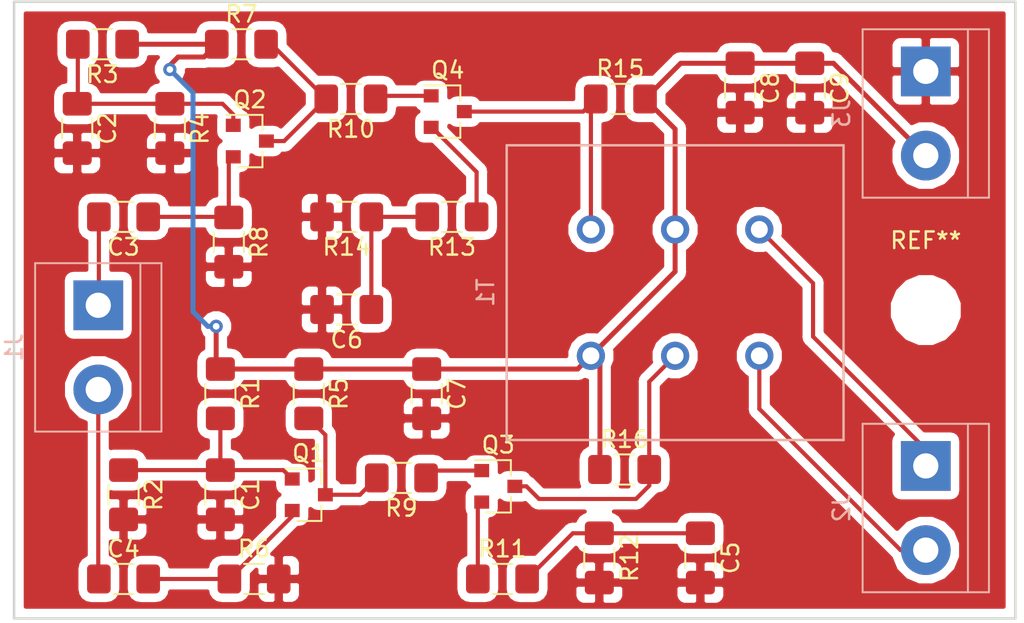
<source format=kicad_pcb>
(kicad_pcb (version 20171130) (host pcbnew "(5.0.1)-3")

  (general
    (thickness 1.6)
    (drawings 4)
    (tracks 96)
    (zones 0)
    (modules 34)
    (nets 21)
  )

  (page A4)
  (layers
    (0 F.Cu signal)
    (31 B.Cu signal)
    (32 B.Adhes user)
    (33 F.Adhes user)
    (34 B.Paste user)
    (35 F.Paste user)
    (36 B.SilkS user)
    (37 F.SilkS user)
    (38 B.Mask user)
    (39 F.Mask user)
    (40 Dwgs.User user)
    (41 Cmts.User user)
    (42 Eco1.User user)
    (43 Eco2.User user)
    (44 Edge.Cuts user)
    (45 Margin user)
    (46 B.CrtYd user)
    (47 F.CrtYd user)
    (48 B.Fab user)
    (49 F.Fab user)
  )

  (setup
    (last_trace_width 0.25)
    (trace_clearance 0.2)
    (zone_clearance 0.508)
    (zone_45_only no)
    (trace_min 0.2)
    (segment_width 0.2)
    (edge_width 0.15)
    (via_size 0.8)
    (via_drill 0.4)
    (via_min_size 0.508)
    (via_min_drill 0.3)
    (uvia_size 0.3)
    (uvia_drill 0.1)
    (uvias_allowed no)
    (uvia_min_size 0.2)
    (uvia_min_drill 0.1)
    (pcb_text_width 0.3)
    (pcb_text_size 1.5 1.5)
    (mod_edge_width 0.15)
    (mod_text_size 1 1)
    (mod_text_width 0.15)
    (pad_size 1.524 1.524)
    (pad_drill 0.762)
    (pad_to_mask_clearance 0.051)
    (solder_mask_min_width 0.25)
    (aux_axis_origin 0 0)
    (visible_elements 7FFFFFFF)
    (pcbplotparams
      (layerselection 0x010fc_ffffffff)
      (usegerberextensions false)
      (usegerberattributes false)
      (usegerberadvancedattributes false)
      (creategerberjobfile false)
      (excludeedgelayer true)
      (linewidth 0.100000)
      (plotframeref false)
      (viasonmask false)
      (mode 1)
      (useauxorigin false)
      (hpglpennumber 1)
      (hpglpenspeed 20)
      (hpglpendiameter 15.000000)
      (psnegative false)
      (psa4output false)
      (plotreference true)
      (plotvalue true)
      (plotinvisibletext false)
      (padsonsilk false)
      (subtractmaskfromsilk false)
      (outputformat 1)
      (mirror false)
      (drillshape 1)
      (scaleselection 1)
      (outputdirectory ""))
  )

  (net 0 "")
  (net 1 GND)
  (net 2 +10V)
  (net 3 "Net-(C4-Pad1)")
  (net 4 "Net-(C3-Pad2)")
  (net 5 "Net-(C3-Pad1)")
  (net 6 "Net-(C1-Pad1)")
  (net 7 "Net-(Q3-Pad3)")
  (net 8 "Net-(Q2-Pad3)")
  (net 9 "Net-(C4-Pad2)")
  (net 10 "Net-(Q1-Pad3)")
  (net 11 "Net-(C2-Pad1)")
  (net 12 "Net-(Q3-Pad1)")
  (net 13 "Net-(Q4-Pad1)")
  (net 14 "Net-(Q3-Pad2)")
  (net 15 "Net-(C5-Pad1)")
  (net 16 "Net-(C6-Pad1)")
  (net 17 "Net-(Q4-Pad3)")
  (net 18 "Net-(Q4-Pad2)")
  (net 19 "Net-(J2-Pad2)")
  (net 20 "Net-(J2-Pad1)")

  (net_class Default "This is the default net class."
    (clearance 0.2)
    (trace_width 0.25)
    (via_dia 0.8)
    (via_drill 0.4)
    (uvia_dia 0.3)
    (uvia_drill 0.1)
    (add_net GND)
    (add_net "Net-(C1-Pad1)")
    (add_net "Net-(C2-Pad1)")
    (add_net "Net-(C3-Pad1)")
    (add_net "Net-(C3-Pad2)")
    (add_net "Net-(C4-Pad1)")
    (add_net "Net-(C4-Pad2)")
    (add_net "Net-(C5-Pad1)")
    (add_net "Net-(C6-Pad1)")
    (add_net "Net-(J2-Pad1)")
    (add_net "Net-(J2-Pad2)")
    (add_net "Net-(Q1-Pad3)")
    (add_net "Net-(Q2-Pad3)")
    (add_net "Net-(Q3-Pad1)")
    (add_net "Net-(Q3-Pad2)")
    (add_net "Net-(Q3-Pad3)")
    (add_net "Net-(Q4-Pad1)")
    (add_net "Net-(Q4-Pad2)")
    (add_net "Net-(Q4-Pad3)")
  )

  (net_class Wide ""
    (clearance 0.25)
    (trace_width 0.3)
    (via_dia 0.8)
    (via_drill 0.4)
    (uvia_dia 0.3)
    (uvia_drill 0.1)
    (add_net +10V)
  )

  (module TerminalBlock:TerminalBlock_bornier-2_P5.08mm (layer B.Cu) (tedit 59FF03AB) (tstamp 5CBAD531)
    (at 156.6 102.4 270)
    (descr "simple 2-pin terminal block, pitch 5.08mm, revamped version of bornier2")
    (tags "terminal block bornier2")
    (path /5CAE7B73)
    (fp_text reference J2 (at 2.54 5.08 270) (layer B.SilkS)
      (effects (font (size 1 1) (thickness 0.15)) (justify mirror))
    )
    (fp_text value Out (at 2.54 -5.08 270) (layer B.Fab)
      (effects (font (size 1 1) (thickness 0.15)) (justify mirror))
    )
    (fp_line (start 7.79 -4) (end -2.71 -4) (layer B.CrtYd) (width 0.05))
    (fp_line (start 7.79 -4) (end 7.79 4) (layer B.CrtYd) (width 0.05))
    (fp_line (start -2.71 4) (end -2.71 -4) (layer B.CrtYd) (width 0.05))
    (fp_line (start -2.71 4) (end 7.79 4) (layer B.CrtYd) (width 0.05))
    (fp_line (start -2.54 -3.81) (end 7.62 -3.81) (layer B.SilkS) (width 0.12))
    (fp_line (start -2.54 3.81) (end -2.54 -3.81) (layer B.SilkS) (width 0.12))
    (fp_line (start 7.62 3.81) (end -2.54 3.81) (layer B.SilkS) (width 0.12))
    (fp_line (start 7.62 -3.81) (end 7.62 3.81) (layer B.SilkS) (width 0.12))
    (fp_line (start 7.62 -2.54) (end -2.54 -2.54) (layer B.SilkS) (width 0.12))
    (fp_line (start 7.54 3.75) (end -2.46 3.75) (layer B.Fab) (width 0.1))
    (fp_line (start 7.54 -3.75) (end 7.54 3.75) (layer B.Fab) (width 0.1))
    (fp_line (start -2.46 -3.75) (end 7.54 -3.75) (layer B.Fab) (width 0.1))
    (fp_line (start -2.46 3.75) (end -2.46 -3.75) (layer B.Fab) (width 0.1))
    (fp_line (start -2.41 -2.55) (end 7.49 -2.55) (layer B.Fab) (width 0.1))
    (fp_text user %R (at 2.54 0 270) (layer B.Fab)
      (effects (font (size 1 1) (thickness 0.15)) (justify mirror))
    )
    (pad 2 thru_hole circle (at 5.08 0 270) (size 3 3) (drill 1.52) (layers *.Cu *.Mask)
      (net 19 "Net-(J2-Pad2)"))
    (pad 1 thru_hole rect (at 0 0 270) (size 3 3) (drill 1.52) (layers *.Cu *.Mask)
      (net 20 "Net-(J2-Pad1)"))
    (model ${KISYS3DMOD}/TerminalBlock.3dshapes/TerminalBlock_bornier-2_P5.08mm.wrl
      (offset (xyz 2.539999961853027 0 0))
      (scale (xyz 1 1 1))
      (rotate (xyz 0 0 0))
    )
  )

  (module TerminalBlock:TerminalBlock_bornier-2_P5.08mm (layer B.Cu) (tedit 59FF03AB) (tstamp 5CBAD508)
    (at 156.6 78.6 270)
    (descr "simple 2-pin terminal block, pitch 5.08mm, revamped version of bornier2")
    (tags "terminal block bornier2")
    (path /5CAEC94C)
    (fp_text reference J3 (at 2.54 5.08 270) (layer B.SilkS)
      (effects (font (size 1 1) (thickness 0.15)) (justify mirror))
    )
    (fp_text value Power (at 2.54 -5.08 270) (layer B.Fab)
      (effects (font (size 1 1) (thickness 0.15)) (justify mirror))
    )
    (fp_text user %R (at 2.54 0 270) (layer B.Fab)
      (effects (font (size 1 1) (thickness 0.15)) (justify mirror))
    )
    (fp_line (start -2.41 -2.55) (end 7.49 -2.55) (layer B.Fab) (width 0.1))
    (fp_line (start -2.46 3.75) (end -2.46 -3.75) (layer B.Fab) (width 0.1))
    (fp_line (start -2.46 -3.75) (end 7.54 -3.75) (layer B.Fab) (width 0.1))
    (fp_line (start 7.54 -3.75) (end 7.54 3.75) (layer B.Fab) (width 0.1))
    (fp_line (start 7.54 3.75) (end -2.46 3.75) (layer B.Fab) (width 0.1))
    (fp_line (start 7.62 -2.54) (end -2.54 -2.54) (layer B.SilkS) (width 0.12))
    (fp_line (start 7.62 -3.81) (end 7.62 3.81) (layer B.SilkS) (width 0.12))
    (fp_line (start 7.62 3.81) (end -2.54 3.81) (layer B.SilkS) (width 0.12))
    (fp_line (start -2.54 3.81) (end -2.54 -3.81) (layer B.SilkS) (width 0.12))
    (fp_line (start -2.54 -3.81) (end 7.62 -3.81) (layer B.SilkS) (width 0.12))
    (fp_line (start -2.71 4) (end 7.79 4) (layer B.CrtYd) (width 0.05))
    (fp_line (start -2.71 4) (end -2.71 -4) (layer B.CrtYd) (width 0.05))
    (fp_line (start 7.79 -4) (end 7.79 4) (layer B.CrtYd) (width 0.05))
    (fp_line (start 7.79 -4) (end -2.71 -4) (layer B.CrtYd) (width 0.05))
    (pad 1 thru_hole rect (at 0 0 270) (size 3 3) (drill 1.52) (layers *.Cu *.Mask)
      (net 1 GND))
    (pad 2 thru_hole circle (at 5.08 0 270) (size 3 3) (drill 1.52) (layers *.Cu *.Mask)
      (net 2 +10V))
    (model ${KISYS3DMOD}/TerminalBlock.3dshapes/TerminalBlock_bornier-2_P5.08mm.wrl
      (offset (xyz 2.539999961853027 0 0))
      (scale (xyz 1 1 1))
      (rotate (xyz 0 0 0))
    )
  )

  (module Capacitor_SMD:C_1206_3216Metric_Pad1.42x1.75mm_HandSolder (layer F.Cu) (tedit 5B301BBE) (tstamp 5CB8039E)
    (at 114.046 104.14 270)
    (descr "Capacitor SMD 1206 (3216 Metric), square (rectangular) end terminal, IPC_7351 nominal with elongated pad for handsoldering. (Body size source: http://www.tortai-tech.com/upload/download/2011102023233369053.pdf), generated with kicad-footprint-generator")
    (tags "capacitor handsolder")
    (path /5CA92EDC)
    (attr smd)
    (fp_text reference C1 (at 0 -1.82 270) (layer F.SilkS)
      (effects (font (size 1 1) (thickness 0.15)))
    )
    (fp_text value 100n (at 0 1.82 270) (layer F.Fab)
      (effects (font (size 1 1) (thickness 0.15)))
    )
    (fp_line (start -1.6 0.8) (end -1.6 -0.8) (layer F.Fab) (width 0.1))
    (fp_line (start -1.6 -0.8) (end 1.6 -0.8) (layer F.Fab) (width 0.1))
    (fp_line (start 1.6 -0.8) (end 1.6 0.8) (layer F.Fab) (width 0.1))
    (fp_line (start 1.6 0.8) (end -1.6 0.8) (layer F.Fab) (width 0.1))
    (fp_line (start -0.602064 -0.91) (end 0.602064 -0.91) (layer F.SilkS) (width 0.12))
    (fp_line (start -0.602064 0.91) (end 0.602064 0.91) (layer F.SilkS) (width 0.12))
    (fp_line (start -2.45 1.12) (end -2.45 -1.12) (layer F.CrtYd) (width 0.05))
    (fp_line (start -2.45 -1.12) (end 2.45 -1.12) (layer F.CrtYd) (width 0.05))
    (fp_line (start 2.45 -1.12) (end 2.45 1.12) (layer F.CrtYd) (width 0.05))
    (fp_line (start 2.45 1.12) (end -2.45 1.12) (layer F.CrtYd) (width 0.05))
    (fp_text user %R (at 0 0 270) (layer F.Fab)
      (effects (font (size 0.8 0.8) (thickness 0.12)))
    )
    (pad 1 smd roundrect (at -1.4875 0 270) (size 1.425 1.75) (layers F.Cu F.Paste F.Mask) (roundrect_rratio 0.175439)
      (net 6 "Net-(C1-Pad1)"))
    (pad 2 smd roundrect (at 1.4875 0 270) (size 1.425 1.75) (layers F.Cu F.Paste F.Mask) (roundrect_rratio 0.175439)
      (net 1 GND))
    (model ${KISYS3DMOD}/Capacitor_SMD.3dshapes/C_1206_3216Metric.wrl
      (at (xyz 0 0 0))
      (scale (xyz 1 1 1))
      (rotate (xyz 0 0 0))
    )
  )

  (module Capacitor_SMD:C_1206_3216Metric_Pad1.42x1.75mm_HandSolder (layer F.Cu) (tedit 5B301BBE) (tstamp 5CB8038D)
    (at 105.41 82.042 270)
    (descr "Capacitor SMD 1206 (3216 Metric), square (rectangular) end terminal, IPC_7351 nominal with elongated pad for handsoldering. (Body size source: http://www.tortai-tech.com/upload/download/2011102023233369053.pdf), generated with kicad-footprint-generator")
    (tags "capacitor handsolder")
    (path /5CA9F19C)
    (attr smd)
    (fp_text reference C2 (at 0 -1.82 270) (layer F.SilkS)
      (effects (font (size 1 1) (thickness 0.15)))
    )
    (fp_text value 100n (at 0 1.82 270) (layer F.Fab)
      (effects (font (size 1 1) (thickness 0.15)))
    )
    (fp_text user %R (at 0 0 270) (layer F.Fab)
      (effects (font (size 0.8 0.8) (thickness 0.12)))
    )
    (fp_line (start 2.45 1.12) (end -2.45 1.12) (layer F.CrtYd) (width 0.05))
    (fp_line (start 2.45 -1.12) (end 2.45 1.12) (layer F.CrtYd) (width 0.05))
    (fp_line (start -2.45 -1.12) (end 2.45 -1.12) (layer F.CrtYd) (width 0.05))
    (fp_line (start -2.45 1.12) (end -2.45 -1.12) (layer F.CrtYd) (width 0.05))
    (fp_line (start -0.602064 0.91) (end 0.602064 0.91) (layer F.SilkS) (width 0.12))
    (fp_line (start -0.602064 -0.91) (end 0.602064 -0.91) (layer F.SilkS) (width 0.12))
    (fp_line (start 1.6 0.8) (end -1.6 0.8) (layer F.Fab) (width 0.1))
    (fp_line (start 1.6 -0.8) (end 1.6 0.8) (layer F.Fab) (width 0.1))
    (fp_line (start -1.6 -0.8) (end 1.6 -0.8) (layer F.Fab) (width 0.1))
    (fp_line (start -1.6 0.8) (end -1.6 -0.8) (layer F.Fab) (width 0.1))
    (pad 2 smd roundrect (at 1.4875 0 270) (size 1.425 1.75) (layers F.Cu F.Paste F.Mask) (roundrect_rratio 0.175439)
      (net 1 GND))
    (pad 1 smd roundrect (at -1.4875 0 270) (size 1.425 1.75) (layers F.Cu F.Paste F.Mask) (roundrect_rratio 0.175439)
      (net 11 "Net-(C2-Pad1)"))
    (model ${KISYS3DMOD}/Capacitor_SMD.3dshapes/C_1206_3216Metric.wrl
      (at (xyz 0 0 0))
      (scale (xyz 1 1 1))
      (rotate (xyz 0 0 0))
    )
  )

  (module Capacitor_SMD:C_1206_3216Metric_Pad1.42x1.75mm_HandSolder (layer F.Cu) (tedit 5B301BBE) (tstamp 5CB8037C)
    (at 108.204 87.376 180)
    (descr "Capacitor SMD 1206 (3216 Metric), square (rectangular) end terminal, IPC_7351 nominal with elongated pad for handsoldering. (Body size source: http://www.tortai-tech.com/upload/download/2011102023233369053.pdf), generated with kicad-footprint-generator")
    (tags "capacitor handsolder")
    (path /5CAA6223)
    (attr smd)
    (fp_text reference C3 (at 0 -1.82 180) (layer F.SilkS)
      (effects (font (size 1 1) (thickness 0.15)))
    )
    (fp_text value 100n (at 0 1.82 180) (layer F.Fab)
      (effects (font (size 1 1) (thickness 0.15)))
    )
    (fp_line (start -1.6 0.8) (end -1.6 -0.8) (layer F.Fab) (width 0.1))
    (fp_line (start -1.6 -0.8) (end 1.6 -0.8) (layer F.Fab) (width 0.1))
    (fp_line (start 1.6 -0.8) (end 1.6 0.8) (layer F.Fab) (width 0.1))
    (fp_line (start 1.6 0.8) (end -1.6 0.8) (layer F.Fab) (width 0.1))
    (fp_line (start -0.602064 -0.91) (end 0.602064 -0.91) (layer F.SilkS) (width 0.12))
    (fp_line (start -0.602064 0.91) (end 0.602064 0.91) (layer F.SilkS) (width 0.12))
    (fp_line (start -2.45 1.12) (end -2.45 -1.12) (layer F.CrtYd) (width 0.05))
    (fp_line (start -2.45 -1.12) (end 2.45 -1.12) (layer F.CrtYd) (width 0.05))
    (fp_line (start 2.45 -1.12) (end 2.45 1.12) (layer F.CrtYd) (width 0.05))
    (fp_line (start 2.45 1.12) (end -2.45 1.12) (layer F.CrtYd) (width 0.05))
    (fp_text user %R (at 0 0 180) (layer F.Fab)
      (effects (font (size 0.8 0.8) (thickness 0.12)))
    )
    (pad 1 smd roundrect (at -1.4875 0 180) (size 1.425 1.75) (layers F.Cu F.Paste F.Mask) (roundrect_rratio 0.175439)
      (net 5 "Net-(C3-Pad1)"))
    (pad 2 smd roundrect (at 1.4875 0 180) (size 1.425 1.75) (layers F.Cu F.Paste F.Mask) (roundrect_rratio 0.175439)
      (net 4 "Net-(C3-Pad2)"))
    (model ${KISYS3DMOD}/Capacitor_SMD.3dshapes/C_1206_3216Metric.wrl
      (at (xyz 0 0 0))
      (scale (xyz 1 1 1))
      (rotate (xyz 0 0 0))
    )
  )

  (module Capacitor_SMD:C_1206_3216Metric_Pad1.42x1.75mm_HandSolder (layer F.Cu) (tedit 5B301BBE) (tstamp 5CB8036B)
    (at 108.204 109.22)
    (descr "Capacitor SMD 1206 (3216 Metric), square (rectangular) end terminal, IPC_7351 nominal with elongated pad for handsoldering. (Body size source: http://www.tortai-tech.com/upload/download/2011102023233369053.pdf), generated with kicad-footprint-generator")
    (tags "capacitor handsolder")
    (path /5CAAAF80)
    (attr smd)
    (fp_text reference C4 (at 0 -1.82) (layer F.SilkS)
      (effects (font (size 1 1) (thickness 0.15)))
    )
    (fp_text value 100n (at 0 1.82) (layer F.Fab)
      (effects (font (size 1 1) (thickness 0.15)))
    )
    (fp_text user %R (at 0 0) (layer F.Fab)
      (effects (font (size 0.8 0.8) (thickness 0.12)))
    )
    (fp_line (start 2.45 1.12) (end -2.45 1.12) (layer F.CrtYd) (width 0.05))
    (fp_line (start 2.45 -1.12) (end 2.45 1.12) (layer F.CrtYd) (width 0.05))
    (fp_line (start -2.45 -1.12) (end 2.45 -1.12) (layer F.CrtYd) (width 0.05))
    (fp_line (start -2.45 1.12) (end -2.45 -1.12) (layer F.CrtYd) (width 0.05))
    (fp_line (start -0.602064 0.91) (end 0.602064 0.91) (layer F.SilkS) (width 0.12))
    (fp_line (start -0.602064 -0.91) (end 0.602064 -0.91) (layer F.SilkS) (width 0.12))
    (fp_line (start 1.6 0.8) (end -1.6 0.8) (layer F.Fab) (width 0.1))
    (fp_line (start 1.6 -0.8) (end 1.6 0.8) (layer F.Fab) (width 0.1))
    (fp_line (start -1.6 -0.8) (end 1.6 -0.8) (layer F.Fab) (width 0.1))
    (fp_line (start -1.6 0.8) (end -1.6 -0.8) (layer F.Fab) (width 0.1))
    (pad 2 smd roundrect (at 1.4875 0) (size 1.425 1.75) (layers F.Cu F.Paste F.Mask) (roundrect_rratio 0.175439)
      (net 9 "Net-(C4-Pad2)"))
    (pad 1 smd roundrect (at -1.4875 0) (size 1.425 1.75) (layers F.Cu F.Paste F.Mask) (roundrect_rratio 0.175439)
      (net 3 "Net-(C4-Pad1)"))
    (model ${KISYS3DMOD}/Capacitor_SMD.3dshapes/C_1206_3216Metric.wrl
      (at (xyz 0 0 0))
      (scale (xyz 1 1 1))
      (rotate (xyz 0 0 0))
    )
  )

  (module Capacitor_SMD:C_1206_3216Metric_Pad1.42x1.75mm_HandSolder (layer F.Cu) (tedit 5B301BBE) (tstamp 5CB8035A)
    (at 143.002 107.95 270)
    (descr "Capacitor SMD 1206 (3216 Metric), square (rectangular) end terminal, IPC_7351 nominal with elongated pad for handsoldering. (Body size source: http://www.tortai-tech.com/upload/download/2011102023233369053.pdf), generated with kicad-footprint-generator")
    (tags "capacitor handsolder")
    (path /5CA99F57)
    (attr smd)
    (fp_text reference C5 (at 0 -1.82 270) (layer F.SilkS)
      (effects (font (size 1 1) (thickness 0.15)))
    )
    (fp_text value 100n (at 0 1.82 270) (layer F.Fab)
      (effects (font (size 1 1) (thickness 0.15)))
    )
    (fp_line (start -1.6 0.8) (end -1.6 -0.8) (layer F.Fab) (width 0.1))
    (fp_line (start -1.6 -0.8) (end 1.6 -0.8) (layer F.Fab) (width 0.1))
    (fp_line (start 1.6 -0.8) (end 1.6 0.8) (layer F.Fab) (width 0.1))
    (fp_line (start 1.6 0.8) (end -1.6 0.8) (layer F.Fab) (width 0.1))
    (fp_line (start -0.602064 -0.91) (end 0.602064 -0.91) (layer F.SilkS) (width 0.12))
    (fp_line (start -0.602064 0.91) (end 0.602064 0.91) (layer F.SilkS) (width 0.12))
    (fp_line (start -2.45 1.12) (end -2.45 -1.12) (layer F.CrtYd) (width 0.05))
    (fp_line (start -2.45 -1.12) (end 2.45 -1.12) (layer F.CrtYd) (width 0.05))
    (fp_line (start 2.45 -1.12) (end 2.45 1.12) (layer F.CrtYd) (width 0.05))
    (fp_line (start 2.45 1.12) (end -2.45 1.12) (layer F.CrtYd) (width 0.05))
    (fp_text user %R (at 0 0 270) (layer F.Fab)
      (effects (font (size 0.8 0.8) (thickness 0.12)))
    )
    (pad 1 smd roundrect (at -1.4875 0 270) (size 1.425 1.75) (layers F.Cu F.Paste F.Mask) (roundrect_rratio 0.175439)
      (net 15 "Net-(C5-Pad1)"))
    (pad 2 smd roundrect (at 1.4875 0 270) (size 1.425 1.75) (layers F.Cu F.Paste F.Mask) (roundrect_rratio 0.175439)
      (net 1 GND))
    (model ${KISYS3DMOD}/Capacitor_SMD.3dshapes/C_1206_3216Metric.wrl
      (at (xyz 0 0 0))
      (scale (xyz 1 1 1))
      (rotate (xyz 0 0 0))
    )
  )

  (module Capacitor_SMD:C_1206_3216Metric_Pad1.42x1.75mm_HandSolder (layer F.Cu) (tedit 5B301BBE) (tstamp 5CB80349)
    (at 121.666 92.964 180)
    (descr "Capacitor SMD 1206 (3216 Metric), square (rectangular) end terminal, IPC_7351 nominal with elongated pad for handsoldering. (Body size source: http://www.tortai-tech.com/upload/download/2011102023233369053.pdf), generated with kicad-footprint-generator")
    (tags "capacitor handsolder")
    (path /5CA9F1DB)
    (attr smd)
    (fp_text reference C6 (at 0 -1.82 180) (layer F.SilkS)
      (effects (font (size 1 1) (thickness 0.15)))
    )
    (fp_text value 100n (at 0 1.82 180) (layer F.Fab)
      (effects (font (size 1 1) (thickness 0.15)))
    )
    (fp_text user %R (at 0 0 180) (layer F.Fab)
      (effects (font (size 0.8 0.8) (thickness 0.12)))
    )
    (fp_line (start 2.45 1.12) (end -2.45 1.12) (layer F.CrtYd) (width 0.05))
    (fp_line (start 2.45 -1.12) (end 2.45 1.12) (layer F.CrtYd) (width 0.05))
    (fp_line (start -2.45 -1.12) (end 2.45 -1.12) (layer F.CrtYd) (width 0.05))
    (fp_line (start -2.45 1.12) (end -2.45 -1.12) (layer F.CrtYd) (width 0.05))
    (fp_line (start -0.602064 0.91) (end 0.602064 0.91) (layer F.SilkS) (width 0.12))
    (fp_line (start -0.602064 -0.91) (end 0.602064 -0.91) (layer F.SilkS) (width 0.12))
    (fp_line (start 1.6 0.8) (end -1.6 0.8) (layer F.Fab) (width 0.1))
    (fp_line (start 1.6 -0.8) (end 1.6 0.8) (layer F.Fab) (width 0.1))
    (fp_line (start -1.6 -0.8) (end 1.6 -0.8) (layer F.Fab) (width 0.1))
    (fp_line (start -1.6 0.8) (end -1.6 -0.8) (layer F.Fab) (width 0.1))
    (pad 2 smd roundrect (at 1.4875 0 180) (size 1.425 1.75) (layers F.Cu F.Paste F.Mask) (roundrect_rratio 0.175439)
      (net 1 GND))
    (pad 1 smd roundrect (at -1.4875 0 180) (size 1.425 1.75) (layers F.Cu F.Paste F.Mask) (roundrect_rratio 0.175439)
      (net 16 "Net-(C6-Pad1)"))
    (model ${KISYS3DMOD}/Capacitor_SMD.3dshapes/C_1206_3216Metric.wrl
      (at (xyz 0 0 0))
      (scale (xyz 1 1 1))
      (rotate (xyz 0 0 0))
    )
  )

  (module Capacitor_SMD:C_1206_3216Metric_Pad1.42x1.75mm_HandSolder (layer F.Cu) (tedit 5B301BBE) (tstamp 5CB80338)
    (at 126.492 98.044 270)
    (descr "Capacitor SMD 1206 (3216 Metric), square (rectangular) end terminal, IPC_7351 nominal with elongated pad for handsoldering. (Body size source: http://www.tortai-tech.com/upload/download/2011102023233369053.pdf), generated with kicad-footprint-generator")
    (tags "capacitor handsolder")
    (path /5CAC7909)
    (attr smd)
    (fp_text reference C7 (at 0 -1.82 270) (layer F.SilkS)
      (effects (font (size 1 1) (thickness 0.15)))
    )
    (fp_text value 100n (at 0 1.82 270) (layer F.Fab)
      (effects (font (size 1 1) (thickness 0.15)))
    )
    (fp_line (start -1.6 0.8) (end -1.6 -0.8) (layer F.Fab) (width 0.1))
    (fp_line (start -1.6 -0.8) (end 1.6 -0.8) (layer F.Fab) (width 0.1))
    (fp_line (start 1.6 -0.8) (end 1.6 0.8) (layer F.Fab) (width 0.1))
    (fp_line (start 1.6 0.8) (end -1.6 0.8) (layer F.Fab) (width 0.1))
    (fp_line (start -0.602064 -0.91) (end 0.602064 -0.91) (layer F.SilkS) (width 0.12))
    (fp_line (start -0.602064 0.91) (end 0.602064 0.91) (layer F.SilkS) (width 0.12))
    (fp_line (start -2.45 1.12) (end -2.45 -1.12) (layer F.CrtYd) (width 0.05))
    (fp_line (start -2.45 -1.12) (end 2.45 -1.12) (layer F.CrtYd) (width 0.05))
    (fp_line (start 2.45 -1.12) (end 2.45 1.12) (layer F.CrtYd) (width 0.05))
    (fp_line (start 2.45 1.12) (end -2.45 1.12) (layer F.CrtYd) (width 0.05))
    (fp_text user %R (at 0 0 270) (layer F.Fab)
      (effects (font (size 0.8 0.8) (thickness 0.12)))
    )
    (pad 1 smd roundrect (at -1.4875 0 270) (size 1.425 1.75) (layers F.Cu F.Paste F.Mask) (roundrect_rratio 0.175439)
      (net 2 +10V))
    (pad 2 smd roundrect (at 1.4875 0 270) (size 1.425 1.75) (layers F.Cu F.Paste F.Mask) (roundrect_rratio 0.175439)
      (net 1 GND))
    (model ${KISYS3DMOD}/Capacitor_SMD.3dshapes/C_1206_3216Metric.wrl
      (at (xyz 0 0 0))
      (scale (xyz 1 1 1))
      (rotate (xyz 0 0 0))
    )
  )

  (module Capacitor_SMD:C_1206_3216Metric_Pad1.42x1.75mm_HandSolder (layer F.Cu) (tedit 5B301BBE) (tstamp 5CB80327)
    (at 145.4 79.6 270)
    (descr "Capacitor SMD 1206 (3216 Metric), square (rectangular) end terminal, IPC_7351 nominal with elongated pad for handsoldering. (Body size source: http://www.tortai-tech.com/upload/download/2011102023233369053.pdf), generated with kicad-footprint-generator")
    (tags "capacitor handsolder")
    (path /5CB0D133)
    (attr smd)
    (fp_text reference C8 (at 0 -1.82 270) (layer F.SilkS)
      (effects (font (size 1 1) (thickness 0.15)))
    )
    (fp_text value 10n (at 0 1.82 270) (layer F.Fab)
      (effects (font (size 1 1) (thickness 0.15)))
    )
    (fp_text user %R (at 0 0 270) (layer F.Fab)
      (effects (font (size 0.8 0.8) (thickness 0.12)))
    )
    (fp_line (start 2.45 1.12) (end -2.45 1.12) (layer F.CrtYd) (width 0.05))
    (fp_line (start 2.45 -1.12) (end 2.45 1.12) (layer F.CrtYd) (width 0.05))
    (fp_line (start -2.45 -1.12) (end 2.45 -1.12) (layer F.CrtYd) (width 0.05))
    (fp_line (start -2.45 1.12) (end -2.45 -1.12) (layer F.CrtYd) (width 0.05))
    (fp_line (start -0.602064 0.91) (end 0.602064 0.91) (layer F.SilkS) (width 0.12))
    (fp_line (start -0.602064 -0.91) (end 0.602064 -0.91) (layer F.SilkS) (width 0.12))
    (fp_line (start 1.6 0.8) (end -1.6 0.8) (layer F.Fab) (width 0.1))
    (fp_line (start 1.6 -0.8) (end 1.6 0.8) (layer F.Fab) (width 0.1))
    (fp_line (start -1.6 -0.8) (end 1.6 -0.8) (layer F.Fab) (width 0.1))
    (fp_line (start -1.6 0.8) (end -1.6 -0.8) (layer F.Fab) (width 0.1))
    (pad 2 smd roundrect (at 1.4875 0 270) (size 1.425 1.75) (layers F.Cu F.Paste F.Mask) (roundrect_rratio 0.175439)
      (net 1 GND))
    (pad 1 smd roundrect (at -1.4875 0 270) (size 1.425 1.75) (layers F.Cu F.Paste F.Mask) (roundrect_rratio 0.175439)
      (net 2 +10V))
    (model ${KISYS3DMOD}/Capacitor_SMD.3dshapes/C_1206_3216Metric.wrl
      (at (xyz 0 0 0))
      (scale (xyz 1 1 1))
      (rotate (xyz 0 0 0))
    )
  )

  (module Capacitor_SMD:C_1206_3216Metric_Pad1.42x1.75mm_HandSolder (layer F.Cu) (tedit 5B301BBE) (tstamp 5CB80316)
    (at 149.6 79.6 270)
    (descr "Capacitor SMD 1206 (3216 Metric), square (rectangular) end terminal, IPC_7351 nominal with elongated pad for handsoldering. (Body size source: http://www.tortai-tech.com/upload/download/2011102023233369053.pdf), generated with kicad-footprint-generator")
    (tags "capacitor handsolder")
    (path /5CB0D0A3)
    (attr smd)
    (fp_text reference C9 (at 0 -1.82 270) (layer F.SilkS)
      (effects (font (size 1 1) (thickness 0.15)))
    )
    (fp_text value 1u (at 0 1.82 270) (layer F.Fab)
      (effects (font (size 1 1) (thickness 0.15)))
    )
    (fp_line (start -1.6 0.8) (end -1.6 -0.8) (layer F.Fab) (width 0.1))
    (fp_line (start -1.6 -0.8) (end 1.6 -0.8) (layer F.Fab) (width 0.1))
    (fp_line (start 1.6 -0.8) (end 1.6 0.8) (layer F.Fab) (width 0.1))
    (fp_line (start 1.6 0.8) (end -1.6 0.8) (layer F.Fab) (width 0.1))
    (fp_line (start -0.602064 -0.91) (end 0.602064 -0.91) (layer F.SilkS) (width 0.12))
    (fp_line (start -0.602064 0.91) (end 0.602064 0.91) (layer F.SilkS) (width 0.12))
    (fp_line (start -2.45 1.12) (end -2.45 -1.12) (layer F.CrtYd) (width 0.05))
    (fp_line (start -2.45 -1.12) (end 2.45 -1.12) (layer F.CrtYd) (width 0.05))
    (fp_line (start 2.45 -1.12) (end 2.45 1.12) (layer F.CrtYd) (width 0.05))
    (fp_line (start 2.45 1.12) (end -2.45 1.12) (layer F.CrtYd) (width 0.05))
    (fp_text user %R (at 0 0 270) (layer F.Fab)
      (effects (font (size 0.8 0.8) (thickness 0.12)))
    )
    (pad 1 smd roundrect (at -1.4875 0 270) (size 1.425 1.75) (layers F.Cu F.Paste F.Mask) (roundrect_rratio 0.175439)
      (net 2 +10V))
    (pad 2 smd roundrect (at 1.4875 0 270) (size 1.425 1.75) (layers F.Cu F.Paste F.Mask) (roundrect_rratio 0.175439)
      (net 1 GND))
    (model ${KISYS3DMOD}/Capacitor_SMD.3dshapes/C_1206_3216Metric.wrl
      (at (xyz 0 0 0))
      (scale (xyz 1 1 1))
      (rotate (xyz 0 0 0))
    )
  )

  (module LZ1AQ:TR1 (layer B.Cu) (tedit 5CAA74AC) (tstamp 5CB80305)
    (at 146.558 95.758 90)
    (path /5CA911AF)
    (fp_text reference T1 (at 3.81 -16.51 90) (layer B.SilkS)
      (effects (font (size 1 1) (thickness 0.15)) (justify mirror))
    )
    (fp_text value Transformer_1P_2S (at 3.81 6.35 90) (layer B.Fab)
      (effects (font (size 1 1) (thickness 0.15)) (justify mirror))
    )
    (fp_line (start -5.08 5.08) (end 12.7 5.08) (layer B.SilkS) (width 0.15))
    (fp_line (start 12.7 5.08) (end 12.7 -15.24) (layer B.SilkS) (width 0.15))
    (fp_line (start 12.7 -15.24) (end -5.08 -15.24) (layer B.SilkS) (width 0.15))
    (fp_line (start -5.08 -15.24) (end -5.08 5.08) (layer B.SilkS) (width 0.15))
    (fp_line (start -5.08 5.08) (end 12.7 5.08) (layer F.CrtYd) (width 0.15))
    (fp_line (start 12.7 5.08) (end 12.7 -15.24) (layer F.CrtYd) (width 0.15))
    (fp_line (start 12.7 -15.24) (end -5.08 -15.24) (layer F.CrtYd) (width 0.15))
    (fp_line (start -5.08 -15.24) (end -5.08 5.08) (layer F.CrtYd) (width 0.15))
    (fp_line (start -5.08 5.08) (end 12.7 5.08) (layer B.CrtYd) (width 0.15))
    (fp_line (start 12.7 5.08) (end 12.7 -15.24) (layer B.CrtYd) (width 0.15))
    (fp_line (start 12.7 -15.24) (end -5.08 -15.24) (layer B.CrtYd) (width 0.15))
    (fp_line (start -5.08 -15.24) (end -5.08 5.08) (layer B.CrtYd) (width 0.15))
    (pad 1 thru_hole circle (at 0 0 90) (size 1.7 1.7) (drill 1.02) (layers *.Cu *.Mask)
      (net 19 "Net-(J2-Pad2)"))
    (pad 2 thru_hole circle (at 7.62 0 90) (size 1.7 1.7) (drill 1.02) (layers *.Cu *.Mask)
      (net 20 "Net-(J2-Pad1)"))
    (pad 3 thru_hole circle (at 0 -5.08 90) (size 1.7 1.7) (drill 1.02) (layers *.Cu *.Mask)
      (net 7 "Net-(Q3-Pad3)"))
    (pad 4 thru_hole circle (at 7.62 -5.08 90) (size 1.7 1.7) (drill 1.02) (layers *.Cu *.Mask)
      (net 2 +10V))
    (pad 5 thru_hole circle (at 0 -10.16 90) (size 1.7 1.7) (drill 1.02) (layers *.Cu *.Mask)
      (net 2 +10V))
    (pad 6 thru_hole circle (at 7.62 -10.16 90) (size 1.7 1.7) (drill 1.02) (layers *.Cu *.Mask)
      (net 17 "Net-(Q4-Pad3)"))
  )

  (module Package_TO_SOT_SMD:SOT-23 (layer F.Cu) (tedit 5A02FF57) (tstamp 5CB802EF)
    (at 127.762 81.026)
    (descr "SOT-23, Standard")
    (tags SOT-23)
    (path /5CA9F1B6)
    (attr smd)
    (fp_text reference Q4 (at 0 -2.5) (layer F.SilkS)
      (effects (font (size 1 1) (thickness 0.15)))
    )
    (fp_text value 2222 (at 0 2.5) (layer F.Fab)
      (effects (font (size 1 1) (thickness 0.15)))
    )
    (fp_line (start 0.76 1.58) (end -0.7 1.58) (layer F.SilkS) (width 0.12))
    (fp_line (start 0.76 -1.58) (end -1.4 -1.58) (layer F.SilkS) (width 0.12))
    (fp_line (start -1.7 1.75) (end -1.7 -1.75) (layer F.CrtYd) (width 0.05))
    (fp_line (start 1.7 1.75) (end -1.7 1.75) (layer F.CrtYd) (width 0.05))
    (fp_line (start 1.7 -1.75) (end 1.7 1.75) (layer F.CrtYd) (width 0.05))
    (fp_line (start -1.7 -1.75) (end 1.7 -1.75) (layer F.CrtYd) (width 0.05))
    (fp_line (start 0.76 -1.58) (end 0.76 -0.65) (layer F.SilkS) (width 0.12))
    (fp_line (start 0.76 1.58) (end 0.76 0.65) (layer F.SilkS) (width 0.12))
    (fp_line (start -0.7 1.52) (end 0.7 1.52) (layer F.Fab) (width 0.1))
    (fp_line (start 0.7 -1.52) (end 0.7 1.52) (layer F.Fab) (width 0.1))
    (fp_line (start -0.7 -0.95) (end -0.15 -1.52) (layer F.Fab) (width 0.1))
    (fp_line (start -0.15 -1.52) (end 0.7 -1.52) (layer F.Fab) (width 0.1))
    (fp_line (start -0.7 -0.95) (end -0.7 1.5) (layer F.Fab) (width 0.1))
    (fp_text user %R (at 0 0 90) (layer F.Fab)
      (effects (font (size 0.5 0.5) (thickness 0.075)))
    )
    (pad 3 smd rect (at 1 0) (size 0.9 0.8) (layers F.Cu F.Paste F.Mask)
      (net 17 "Net-(Q4-Pad3)"))
    (pad 2 smd rect (at -1 0.95) (size 0.9 0.8) (layers F.Cu F.Paste F.Mask)
      (net 18 "Net-(Q4-Pad2)"))
    (pad 1 smd rect (at -1 -0.95) (size 0.9 0.8) (layers F.Cu F.Paste F.Mask)
      (net 13 "Net-(Q4-Pad1)"))
    (model ${KISYS3DMOD}/Package_TO_SOT_SMD.3dshapes/SOT-23.wrl
      (at (xyz 0 0 0))
      (scale (xyz 1 1 1))
      (rotate (xyz 0 0 0))
    )
  )

  (module Package_TO_SOT_SMD:SOT-23 (layer F.Cu) (tedit 5A02FF57) (tstamp 5CB802DA)
    (at 130.81 103.632)
    (descr "SOT-23, Standard")
    (tags SOT-23)
    (path /5CA970F3)
    (attr smd)
    (fp_text reference Q3 (at 0 -2.5) (layer F.SilkS)
      (effects (font (size 1 1) (thickness 0.15)))
    )
    (fp_text value 2222 (at 0 2.5) (layer F.Fab)
      (effects (font (size 1 1) (thickness 0.15)))
    )
    (fp_text user %R (at 0 0 90) (layer F.Fab)
      (effects (font (size 0.5 0.5) (thickness 0.075)))
    )
    (fp_line (start -0.7 -0.95) (end -0.7 1.5) (layer F.Fab) (width 0.1))
    (fp_line (start -0.15 -1.52) (end 0.7 -1.52) (layer F.Fab) (width 0.1))
    (fp_line (start -0.7 -0.95) (end -0.15 -1.52) (layer F.Fab) (width 0.1))
    (fp_line (start 0.7 -1.52) (end 0.7 1.52) (layer F.Fab) (width 0.1))
    (fp_line (start -0.7 1.52) (end 0.7 1.52) (layer F.Fab) (width 0.1))
    (fp_line (start 0.76 1.58) (end 0.76 0.65) (layer F.SilkS) (width 0.12))
    (fp_line (start 0.76 -1.58) (end 0.76 -0.65) (layer F.SilkS) (width 0.12))
    (fp_line (start -1.7 -1.75) (end 1.7 -1.75) (layer F.CrtYd) (width 0.05))
    (fp_line (start 1.7 -1.75) (end 1.7 1.75) (layer F.CrtYd) (width 0.05))
    (fp_line (start 1.7 1.75) (end -1.7 1.75) (layer F.CrtYd) (width 0.05))
    (fp_line (start -1.7 1.75) (end -1.7 -1.75) (layer F.CrtYd) (width 0.05))
    (fp_line (start 0.76 -1.58) (end -1.4 -1.58) (layer F.SilkS) (width 0.12))
    (fp_line (start 0.76 1.58) (end -0.7 1.58) (layer F.SilkS) (width 0.12))
    (pad 1 smd rect (at -1 -0.95) (size 0.9 0.8) (layers F.Cu F.Paste F.Mask)
      (net 12 "Net-(Q3-Pad1)"))
    (pad 2 smd rect (at -1 0.95) (size 0.9 0.8) (layers F.Cu F.Paste F.Mask)
      (net 14 "Net-(Q3-Pad2)"))
    (pad 3 smd rect (at 1 0) (size 0.9 0.8) (layers F.Cu F.Paste F.Mask)
      (net 7 "Net-(Q3-Pad3)"))
    (model ${KISYS3DMOD}/Package_TO_SOT_SMD.3dshapes/SOT-23.wrl
      (at (xyz 0 0 0))
      (scale (xyz 1 1 1))
      (rotate (xyz 0 0 0))
    )
  )

  (module Package_TO_SOT_SMD:SOT-23 (layer F.Cu) (tedit 5A02FF57) (tstamp 5CB802C5)
    (at 115.824 82.804)
    (descr "SOT-23, Standard")
    (tags SOT-23)
    (path /5CA9F167)
    (attr smd)
    (fp_text reference Q2 (at 0 -2.5) (layer F.SilkS)
      (effects (font (size 1 1) (thickness 0.15)))
    )
    (fp_text value 2222 (at 0 2.5) (layer F.Fab)
      (effects (font (size 1 1) (thickness 0.15)))
    )
    (fp_line (start 0.76 1.58) (end -0.7 1.58) (layer F.SilkS) (width 0.12))
    (fp_line (start 0.76 -1.58) (end -1.4 -1.58) (layer F.SilkS) (width 0.12))
    (fp_line (start -1.7 1.75) (end -1.7 -1.75) (layer F.CrtYd) (width 0.05))
    (fp_line (start 1.7 1.75) (end -1.7 1.75) (layer F.CrtYd) (width 0.05))
    (fp_line (start 1.7 -1.75) (end 1.7 1.75) (layer F.CrtYd) (width 0.05))
    (fp_line (start -1.7 -1.75) (end 1.7 -1.75) (layer F.CrtYd) (width 0.05))
    (fp_line (start 0.76 -1.58) (end 0.76 -0.65) (layer F.SilkS) (width 0.12))
    (fp_line (start 0.76 1.58) (end 0.76 0.65) (layer F.SilkS) (width 0.12))
    (fp_line (start -0.7 1.52) (end 0.7 1.52) (layer F.Fab) (width 0.1))
    (fp_line (start 0.7 -1.52) (end 0.7 1.52) (layer F.Fab) (width 0.1))
    (fp_line (start -0.7 -0.95) (end -0.15 -1.52) (layer F.Fab) (width 0.1))
    (fp_line (start -0.15 -1.52) (end 0.7 -1.52) (layer F.Fab) (width 0.1))
    (fp_line (start -0.7 -0.95) (end -0.7 1.5) (layer F.Fab) (width 0.1))
    (fp_text user %R (at 0 0 90) (layer F.Fab)
      (effects (font (size 0.5 0.5) (thickness 0.075)))
    )
    (pad 3 smd rect (at 1 0) (size 0.9 0.8) (layers F.Cu F.Paste F.Mask)
      (net 8 "Net-(Q2-Pad3)"))
    (pad 2 smd rect (at -1 0.95) (size 0.9 0.8) (layers F.Cu F.Paste F.Mask)
      (net 5 "Net-(C3-Pad1)"))
    (pad 1 smd rect (at -1 -0.95) (size 0.9 0.8) (layers F.Cu F.Paste F.Mask)
      (net 11 "Net-(C2-Pad1)"))
    (model ${KISYS3DMOD}/Package_TO_SOT_SMD.3dshapes/SOT-23.wrl
      (at (xyz 0 0 0))
      (scale (xyz 1 1 1))
      (rotate (xyz 0 0 0))
    )
  )

  (module Package_TO_SOT_SMD:SOT-23 (layer F.Cu) (tedit 5A02FF57) (tstamp 5CB802B0)
    (at 119.38 104.14)
    (descr "SOT-23, Standard")
    (tags SOT-23)
    (path /5CA9271A)
    (attr smd)
    (fp_text reference Q1 (at 0 -2.5) (layer F.SilkS)
      (effects (font (size 1 1) (thickness 0.15)))
    )
    (fp_text value 2222 (at 0 2.5) (layer F.Fab)
      (effects (font (size 1 1) (thickness 0.15)))
    )
    (fp_text user %R (at 0 0 90) (layer F.Fab)
      (effects (font (size 0.5 0.5) (thickness 0.075)))
    )
    (fp_line (start -0.7 -0.95) (end -0.7 1.5) (layer F.Fab) (width 0.1))
    (fp_line (start -0.15 -1.52) (end 0.7 -1.52) (layer F.Fab) (width 0.1))
    (fp_line (start -0.7 -0.95) (end -0.15 -1.52) (layer F.Fab) (width 0.1))
    (fp_line (start 0.7 -1.52) (end 0.7 1.52) (layer F.Fab) (width 0.1))
    (fp_line (start -0.7 1.52) (end 0.7 1.52) (layer F.Fab) (width 0.1))
    (fp_line (start 0.76 1.58) (end 0.76 0.65) (layer F.SilkS) (width 0.12))
    (fp_line (start 0.76 -1.58) (end 0.76 -0.65) (layer F.SilkS) (width 0.12))
    (fp_line (start -1.7 -1.75) (end 1.7 -1.75) (layer F.CrtYd) (width 0.05))
    (fp_line (start 1.7 -1.75) (end 1.7 1.75) (layer F.CrtYd) (width 0.05))
    (fp_line (start 1.7 1.75) (end -1.7 1.75) (layer F.CrtYd) (width 0.05))
    (fp_line (start -1.7 1.75) (end -1.7 -1.75) (layer F.CrtYd) (width 0.05))
    (fp_line (start 0.76 -1.58) (end -1.4 -1.58) (layer F.SilkS) (width 0.12))
    (fp_line (start 0.76 1.58) (end -0.7 1.58) (layer F.SilkS) (width 0.12))
    (pad 1 smd rect (at -1 -0.95) (size 0.9 0.8) (layers F.Cu F.Paste F.Mask)
      (net 6 "Net-(C1-Pad1)"))
    (pad 2 smd rect (at -1 0.95) (size 0.9 0.8) (layers F.Cu F.Paste F.Mask)
      (net 9 "Net-(C4-Pad2)"))
    (pad 3 smd rect (at 1 0) (size 0.9 0.8) (layers F.Cu F.Paste F.Mask)
      (net 10 "Net-(Q1-Pad3)"))
    (model ${KISYS3DMOD}/Package_TO_SOT_SMD.3dshapes/SOT-23.wrl
      (at (xyz 0 0 0))
      (scale (xyz 1 1 1))
      (rotate (xyz 0 0 0))
    )
  )

  (module Resistor_SMD:R_1206_3216Metric_Pad1.42x1.75mm_HandSolder (layer F.Cu) (tedit 5B301BBD) (tstamp 5CB8029B)
    (at 114.046 98.044 270)
    (descr "Resistor SMD 1206 (3216 Metric), square (rectangular) end terminal, IPC_7351 nominal with elongated pad for handsoldering. (Body size source: http://www.tortai-tech.com/upload/download/2011102023233369053.pdf), generated with kicad-footprint-generator")
    (tags "resistor handsolder")
    (path /5CA92D2D)
    (attr smd)
    (fp_text reference R1 (at 0 -1.82 270) (layer F.SilkS)
      (effects (font (size 1 1) (thickness 0.15)))
    )
    (fp_text value 4.7k (at 0 1.82 270) (layer F.Fab)
      (effects (font (size 1 1) (thickness 0.15)))
    )
    (fp_text user %R (at 0 0 270) (layer F.Fab)
      (effects (font (size 0.8 0.8) (thickness 0.12)))
    )
    (fp_line (start 2.45 1.12) (end -2.45 1.12) (layer F.CrtYd) (width 0.05))
    (fp_line (start 2.45 -1.12) (end 2.45 1.12) (layer F.CrtYd) (width 0.05))
    (fp_line (start -2.45 -1.12) (end 2.45 -1.12) (layer F.CrtYd) (width 0.05))
    (fp_line (start -2.45 1.12) (end -2.45 -1.12) (layer F.CrtYd) (width 0.05))
    (fp_line (start -0.602064 0.91) (end 0.602064 0.91) (layer F.SilkS) (width 0.12))
    (fp_line (start -0.602064 -0.91) (end 0.602064 -0.91) (layer F.SilkS) (width 0.12))
    (fp_line (start 1.6 0.8) (end -1.6 0.8) (layer F.Fab) (width 0.1))
    (fp_line (start 1.6 -0.8) (end 1.6 0.8) (layer F.Fab) (width 0.1))
    (fp_line (start -1.6 -0.8) (end 1.6 -0.8) (layer F.Fab) (width 0.1))
    (fp_line (start -1.6 0.8) (end -1.6 -0.8) (layer F.Fab) (width 0.1))
    (pad 2 smd roundrect (at 1.4875 0 270) (size 1.425 1.75) (layers F.Cu F.Paste F.Mask) (roundrect_rratio 0.175439)
      (net 6 "Net-(C1-Pad1)"))
    (pad 1 smd roundrect (at -1.4875 0 270) (size 1.425 1.75) (layers F.Cu F.Paste F.Mask) (roundrect_rratio 0.175439)
      (net 2 +10V))
    (model ${KISYS3DMOD}/Resistor_SMD.3dshapes/R_1206_3216Metric.wrl
      (at (xyz 0 0 0))
      (scale (xyz 1 1 1))
      (rotate (xyz 0 0 0))
    )
  )

  (module Resistor_SMD:R_1206_3216Metric_Pad1.42x1.75mm_HandSolder (layer F.Cu) (tedit 5B301BBD) (tstamp 5CB8028A)
    (at 128.016 87.376 180)
    (descr "Resistor SMD 1206 (3216 Metric), square (rectangular) end terminal, IPC_7351 nominal with elongated pad for handsoldering. (Body size source: http://www.tortai-tech.com/upload/download/2011102023233369053.pdf), generated with kicad-footprint-generator")
    (tags "resistor handsolder")
    (path /5CA9F1BD)
    (attr smd)
    (fp_text reference R13 (at 0 -1.82 180) (layer F.SilkS)
      (effects (font (size 1 1) (thickness 0.15)))
    )
    (fp_text value 20 (at 0 1.82 180) (layer F.Fab)
      (effects (font (size 1 1) (thickness 0.15)))
    )
    (fp_line (start -1.6 0.8) (end -1.6 -0.8) (layer F.Fab) (width 0.1))
    (fp_line (start -1.6 -0.8) (end 1.6 -0.8) (layer F.Fab) (width 0.1))
    (fp_line (start 1.6 -0.8) (end 1.6 0.8) (layer F.Fab) (width 0.1))
    (fp_line (start 1.6 0.8) (end -1.6 0.8) (layer F.Fab) (width 0.1))
    (fp_line (start -0.602064 -0.91) (end 0.602064 -0.91) (layer F.SilkS) (width 0.12))
    (fp_line (start -0.602064 0.91) (end 0.602064 0.91) (layer F.SilkS) (width 0.12))
    (fp_line (start -2.45 1.12) (end -2.45 -1.12) (layer F.CrtYd) (width 0.05))
    (fp_line (start -2.45 -1.12) (end 2.45 -1.12) (layer F.CrtYd) (width 0.05))
    (fp_line (start 2.45 -1.12) (end 2.45 1.12) (layer F.CrtYd) (width 0.05))
    (fp_line (start 2.45 1.12) (end -2.45 1.12) (layer F.CrtYd) (width 0.05))
    (fp_text user %R (at 0 0 180) (layer F.Fab)
      (effects (font (size 0.8 0.8) (thickness 0.12)))
    )
    (pad 1 smd roundrect (at -1.4875 0 180) (size 1.425 1.75) (layers F.Cu F.Paste F.Mask) (roundrect_rratio 0.175439)
      (net 18 "Net-(Q4-Pad2)"))
    (pad 2 smd roundrect (at 1.4875 0 180) (size 1.425 1.75) (layers F.Cu F.Paste F.Mask) (roundrect_rratio 0.175439)
      (net 16 "Net-(C6-Pad1)"))
    (model ${KISYS3DMOD}/Resistor_SMD.3dshapes/R_1206_3216Metric.wrl
      (at (xyz 0 0 0))
      (scale (xyz 1 1 1))
      (rotate (xyz 0 0 0))
    )
  )

  (module Resistor_SMD:R_1206_3216Metric_Pad1.42x1.75mm_HandSolder (layer F.Cu) (tedit 5B301BBD) (tstamp 5CB80279)
    (at 138.176 80.264)
    (descr "Resistor SMD 1206 (3216 Metric), square (rectangular) end terminal, IPC_7351 nominal with elongated pad for handsoldering. (Body size source: http://www.tortai-tech.com/upload/download/2011102023233369053.pdf), generated with kicad-footprint-generator")
    (tags "resistor handsolder")
    (path /5CAC74C8)
    (attr smd)
    (fp_text reference R15 (at 0 -1.82) (layer F.SilkS)
      (effects (font (size 1 1) (thickness 0.15)))
    )
    (fp_text value 220 (at 0 1.82) (layer F.Fab)
      (effects (font (size 1 1) (thickness 0.15)))
    )
    (fp_text user %R (at 0 0) (layer F.Fab)
      (effects (font (size 0.8 0.8) (thickness 0.12)))
    )
    (fp_line (start 2.45 1.12) (end -2.45 1.12) (layer F.CrtYd) (width 0.05))
    (fp_line (start 2.45 -1.12) (end 2.45 1.12) (layer F.CrtYd) (width 0.05))
    (fp_line (start -2.45 -1.12) (end 2.45 -1.12) (layer F.CrtYd) (width 0.05))
    (fp_line (start -2.45 1.12) (end -2.45 -1.12) (layer F.CrtYd) (width 0.05))
    (fp_line (start -0.602064 0.91) (end 0.602064 0.91) (layer F.SilkS) (width 0.12))
    (fp_line (start -0.602064 -0.91) (end 0.602064 -0.91) (layer F.SilkS) (width 0.12))
    (fp_line (start 1.6 0.8) (end -1.6 0.8) (layer F.Fab) (width 0.1))
    (fp_line (start 1.6 -0.8) (end 1.6 0.8) (layer F.Fab) (width 0.1))
    (fp_line (start -1.6 -0.8) (end 1.6 -0.8) (layer F.Fab) (width 0.1))
    (fp_line (start -1.6 0.8) (end -1.6 -0.8) (layer F.Fab) (width 0.1))
    (pad 2 smd roundrect (at 1.4875 0) (size 1.425 1.75) (layers F.Cu F.Paste F.Mask) (roundrect_rratio 0.175439)
      (net 2 +10V))
    (pad 1 smd roundrect (at -1.4875 0) (size 1.425 1.75) (layers F.Cu F.Paste F.Mask) (roundrect_rratio 0.175439)
      (net 17 "Net-(Q4-Pad3)"))
    (model ${KISYS3DMOD}/Resistor_SMD.3dshapes/R_1206_3216Metric.wrl
      (at (xyz 0 0 0))
      (scale (xyz 1 1 1))
      (rotate (xyz 0 0 0))
    )
  )

  (module Resistor_SMD:R_1206_3216Metric_Pad1.42x1.75mm_HandSolder (layer F.Cu) (tedit 5B301BBD) (tstamp 5CB80268)
    (at 121.666 87.376 180)
    (descr "Resistor SMD 1206 (3216 Metric), square (rectangular) end terminal, IPC_7351 nominal with elongated pad for handsoldering. (Body size source: http://www.tortai-tech.com/upload/download/2011102023233369053.pdf), generated with kicad-footprint-generator")
    (tags "resistor handsolder")
    (path /5CA9F1C4)
    (attr smd)
    (fp_text reference R14 (at 0 -1.82 180) (layer F.SilkS)
      (effects (font (size 1 1) (thickness 0.15)))
    )
    (fp_text value 100 (at 0 1.82 180) (layer F.Fab)
      (effects (font (size 1 1) (thickness 0.15)))
    )
    (fp_line (start -1.6 0.8) (end -1.6 -0.8) (layer F.Fab) (width 0.1))
    (fp_line (start -1.6 -0.8) (end 1.6 -0.8) (layer F.Fab) (width 0.1))
    (fp_line (start 1.6 -0.8) (end 1.6 0.8) (layer F.Fab) (width 0.1))
    (fp_line (start 1.6 0.8) (end -1.6 0.8) (layer F.Fab) (width 0.1))
    (fp_line (start -0.602064 -0.91) (end 0.602064 -0.91) (layer F.SilkS) (width 0.12))
    (fp_line (start -0.602064 0.91) (end 0.602064 0.91) (layer F.SilkS) (width 0.12))
    (fp_line (start -2.45 1.12) (end -2.45 -1.12) (layer F.CrtYd) (width 0.05))
    (fp_line (start -2.45 -1.12) (end 2.45 -1.12) (layer F.CrtYd) (width 0.05))
    (fp_line (start 2.45 -1.12) (end 2.45 1.12) (layer F.CrtYd) (width 0.05))
    (fp_line (start 2.45 1.12) (end -2.45 1.12) (layer F.CrtYd) (width 0.05))
    (fp_text user %R (at 0 0 180) (layer F.Fab)
      (effects (font (size 0.8 0.8) (thickness 0.12)))
    )
    (pad 1 smd roundrect (at -1.4875 0 180) (size 1.425 1.75) (layers F.Cu F.Paste F.Mask) (roundrect_rratio 0.175439)
      (net 16 "Net-(C6-Pad1)"))
    (pad 2 smd roundrect (at 1.4875 0 180) (size 1.425 1.75) (layers F.Cu F.Paste F.Mask) (roundrect_rratio 0.175439)
      (net 1 GND))
    (model ${KISYS3DMOD}/Resistor_SMD.3dshapes/R_1206_3216Metric.wrl
      (at (xyz 0 0 0))
      (scale (xyz 1 1 1))
      (rotate (xyz 0 0 0))
    )
  )

  (module Resistor_SMD:R_1206_3216Metric_Pad1.42x1.75mm_HandSolder (layer F.Cu) (tedit 5B301BBD) (tstamp 5CB80257)
    (at 136.906 107.95 270)
    (descr "Resistor SMD 1206 (3216 Metric), square (rectangular) end terminal, IPC_7351 nominal with elongated pad for handsoldering. (Body size source: http://www.tortai-tech.com/upload/download/2011102023233369053.pdf), generated with kicad-footprint-generator")
    (tags "resistor handsolder")
    (path /5CA971AC)
    (attr smd)
    (fp_text reference R12 (at 0 -1.82 270) (layer F.SilkS)
      (effects (font (size 1 1) (thickness 0.15)))
    )
    (fp_text value 100 (at 0 1.82 270) (layer F.Fab)
      (effects (font (size 1 1) (thickness 0.15)))
    )
    (fp_text user %R (at 0 0 270) (layer F.Fab)
      (effects (font (size 0.8 0.8) (thickness 0.12)))
    )
    (fp_line (start 2.45 1.12) (end -2.45 1.12) (layer F.CrtYd) (width 0.05))
    (fp_line (start 2.45 -1.12) (end 2.45 1.12) (layer F.CrtYd) (width 0.05))
    (fp_line (start -2.45 -1.12) (end 2.45 -1.12) (layer F.CrtYd) (width 0.05))
    (fp_line (start -2.45 1.12) (end -2.45 -1.12) (layer F.CrtYd) (width 0.05))
    (fp_line (start -0.602064 0.91) (end 0.602064 0.91) (layer F.SilkS) (width 0.12))
    (fp_line (start -0.602064 -0.91) (end 0.602064 -0.91) (layer F.SilkS) (width 0.12))
    (fp_line (start 1.6 0.8) (end -1.6 0.8) (layer F.Fab) (width 0.1))
    (fp_line (start 1.6 -0.8) (end 1.6 0.8) (layer F.Fab) (width 0.1))
    (fp_line (start -1.6 -0.8) (end 1.6 -0.8) (layer F.Fab) (width 0.1))
    (fp_line (start -1.6 0.8) (end -1.6 -0.8) (layer F.Fab) (width 0.1))
    (pad 2 smd roundrect (at 1.4875 0 270) (size 1.425 1.75) (layers F.Cu F.Paste F.Mask) (roundrect_rratio 0.175439)
      (net 1 GND))
    (pad 1 smd roundrect (at -1.4875 0 270) (size 1.425 1.75) (layers F.Cu F.Paste F.Mask) (roundrect_rratio 0.175439)
      (net 15 "Net-(C5-Pad1)"))
    (model ${KISYS3DMOD}/Resistor_SMD.3dshapes/R_1206_3216Metric.wrl
      (at (xyz 0 0 0))
      (scale (xyz 1 1 1))
      (rotate (xyz 0 0 0))
    )
  )

  (module Resistor_SMD:R_1206_3216Metric_Pad1.42x1.75mm_HandSolder (layer F.Cu) (tedit 5B301BBD) (tstamp 5CB80246)
    (at 131.064 109.22)
    (descr "Resistor SMD 1206 (3216 Metric), square (rectangular) end terminal, IPC_7351 nominal with elongated pad for handsoldering. (Body size source: http://www.tortai-tech.com/upload/download/2011102023233369053.pdf), generated with kicad-footprint-generator")
    (tags "resistor handsolder")
    (path /5CA97138)
    (attr smd)
    (fp_text reference R11 (at 0 -1.82) (layer F.SilkS)
      (effects (font (size 1 1) (thickness 0.15)))
    )
    (fp_text value 20 (at 0 1.82) (layer F.Fab)
      (effects (font (size 1 1) (thickness 0.15)))
    )
    (fp_line (start -1.6 0.8) (end -1.6 -0.8) (layer F.Fab) (width 0.1))
    (fp_line (start -1.6 -0.8) (end 1.6 -0.8) (layer F.Fab) (width 0.1))
    (fp_line (start 1.6 -0.8) (end 1.6 0.8) (layer F.Fab) (width 0.1))
    (fp_line (start 1.6 0.8) (end -1.6 0.8) (layer F.Fab) (width 0.1))
    (fp_line (start -0.602064 -0.91) (end 0.602064 -0.91) (layer F.SilkS) (width 0.12))
    (fp_line (start -0.602064 0.91) (end 0.602064 0.91) (layer F.SilkS) (width 0.12))
    (fp_line (start -2.45 1.12) (end -2.45 -1.12) (layer F.CrtYd) (width 0.05))
    (fp_line (start -2.45 -1.12) (end 2.45 -1.12) (layer F.CrtYd) (width 0.05))
    (fp_line (start 2.45 -1.12) (end 2.45 1.12) (layer F.CrtYd) (width 0.05))
    (fp_line (start 2.45 1.12) (end -2.45 1.12) (layer F.CrtYd) (width 0.05))
    (fp_text user %R (at 0 0) (layer F.Fab)
      (effects (font (size 0.8 0.8) (thickness 0.12)))
    )
    (pad 1 smd roundrect (at -1.4875 0) (size 1.425 1.75) (layers F.Cu F.Paste F.Mask) (roundrect_rratio 0.175439)
      (net 14 "Net-(Q3-Pad2)"))
    (pad 2 smd roundrect (at 1.4875 0) (size 1.425 1.75) (layers F.Cu F.Paste F.Mask) (roundrect_rratio 0.175439)
      (net 15 "Net-(C5-Pad1)"))
    (model ${KISYS3DMOD}/Resistor_SMD.3dshapes/R_1206_3216Metric.wrl
      (at (xyz 0 0 0))
      (scale (xyz 1 1 1))
      (rotate (xyz 0 0 0))
    )
  )

  (module Resistor_SMD:R_1206_3216Metric_Pad1.42x1.75mm_HandSolder (layer F.Cu) (tedit 5B301BBD) (tstamp 5CB80235)
    (at 121.92 80.264 180)
    (descr "Resistor SMD 1206 (3216 Metric), square (rectangular) end terminal, IPC_7351 nominal with elongated pad for handsoldering. (Body size source: http://www.tortai-tech.com/upload/download/2011102023233369053.pdf), generated with kicad-footprint-generator")
    (tags "resistor handsolder")
    (path /5CA9F1CB)
    (attr smd)
    (fp_text reference R10 (at 0 -1.82 180) (layer F.SilkS)
      (effects (font (size 1 1) (thickness 0.15)))
    )
    (fp_text value 12 (at 0 1.82 180) (layer F.Fab)
      (effects (font (size 1 1) (thickness 0.15)))
    )
    (fp_text user %R (at 0 0 180) (layer F.Fab)
      (effects (font (size 0.8 0.8) (thickness 0.12)))
    )
    (fp_line (start 2.45 1.12) (end -2.45 1.12) (layer F.CrtYd) (width 0.05))
    (fp_line (start 2.45 -1.12) (end 2.45 1.12) (layer F.CrtYd) (width 0.05))
    (fp_line (start -2.45 -1.12) (end 2.45 -1.12) (layer F.CrtYd) (width 0.05))
    (fp_line (start -2.45 1.12) (end -2.45 -1.12) (layer F.CrtYd) (width 0.05))
    (fp_line (start -0.602064 0.91) (end 0.602064 0.91) (layer F.SilkS) (width 0.12))
    (fp_line (start -0.602064 -0.91) (end 0.602064 -0.91) (layer F.SilkS) (width 0.12))
    (fp_line (start 1.6 0.8) (end -1.6 0.8) (layer F.Fab) (width 0.1))
    (fp_line (start 1.6 -0.8) (end 1.6 0.8) (layer F.Fab) (width 0.1))
    (fp_line (start -1.6 -0.8) (end 1.6 -0.8) (layer F.Fab) (width 0.1))
    (fp_line (start -1.6 0.8) (end -1.6 -0.8) (layer F.Fab) (width 0.1))
    (pad 2 smd roundrect (at 1.4875 0 180) (size 1.425 1.75) (layers F.Cu F.Paste F.Mask) (roundrect_rratio 0.175439)
      (net 8 "Net-(Q2-Pad3)"))
    (pad 1 smd roundrect (at -1.4875 0 180) (size 1.425 1.75) (layers F.Cu F.Paste F.Mask) (roundrect_rratio 0.175439)
      (net 13 "Net-(Q4-Pad1)"))
    (model ${KISYS3DMOD}/Resistor_SMD.3dshapes/R_1206_3216Metric.wrl
      (at (xyz 0 0 0))
      (scale (xyz 1 1 1))
      (rotate (xyz 0 0 0))
    )
  )

  (module Resistor_SMD:R_1206_3216Metric_Pad1.42x1.75mm_HandSolder (layer F.Cu) (tedit 5B301BBD) (tstamp 5CB80224)
    (at 124.968 103.124 180)
    (descr "Resistor SMD 1206 (3216 Metric), square (rectangular) end terminal, IPC_7351 nominal with elongated pad for handsoldering. (Body size source: http://www.tortai-tech.com/upload/download/2011102023233369053.pdf), generated with kicad-footprint-generator")
    (tags "resistor handsolder")
    (path /5CA97212)
    (attr smd)
    (fp_text reference R9 (at 0 -1.82 180) (layer F.SilkS)
      (effects (font (size 1 1) (thickness 0.15)))
    )
    (fp_text value 12 (at 0 1.82 180) (layer F.Fab)
      (effects (font (size 1 1) (thickness 0.15)))
    )
    (fp_line (start -1.6 0.8) (end -1.6 -0.8) (layer F.Fab) (width 0.1))
    (fp_line (start -1.6 -0.8) (end 1.6 -0.8) (layer F.Fab) (width 0.1))
    (fp_line (start 1.6 -0.8) (end 1.6 0.8) (layer F.Fab) (width 0.1))
    (fp_line (start 1.6 0.8) (end -1.6 0.8) (layer F.Fab) (width 0.1))
    (fp_line (start -0.602064 -0.91) (end 0.602064 -0.91) (layer F.SilkS) (width 0.12))
    (fp_line (start -0.602064 0.91) (end 0.602064 0.91) (layer F.SilkS) (width 0.12))
    (fp_line (start -2.45 1.12) (end -2.45 -1.12) (layer F.CrtYd) (width 0.05))
    (fp_line (start -2.45 -1.12) (end 2.45 -1.12) (layer F.CrtYd) (width 0.05))
    (fp_line (start 2.45 -1.12) (end 2.45 1.12) (layer F.CrtYd) (width 0.05))
    (fp_line (start 2.45 1.12) (end -2.45 1.12) (layer F.CrtYd) (width 0.05))
    (fp_text user %R (at 0 0 180) (layer F.Fab)
      (effects (font (size 0.8 0.8) (thickness 0.12)))
    )
    (pad 1 smd roundrect (at -1.4875 0 180) (size 1.425 1.75) (layers F.Cu F.Paste F.Mask) (roundrect_rratio 0.175439)
      (net 12 "Net-(Q3-Pad1)"))
    (pad 2 smd roundrect (at 1.4875 0 180) (size 1.425 1.75) (layers F.Cu F.Paste F.Mask) (roundrect_rratio 0.175439)
      (net 10 "Net-(Q1-Pad3)"))
    (model ${KISYS3DMOD}/Resistor_SMD.3dshapes/R_1206_3216Metric.wrl
      (at (xyz 0 0 0))
      (scale (xyz 1 1 1))
      (rotate (xyz 0 0 0))
    )
  )

  (module Resistor_SMD:R_1206_3216Metric_Pad1.42x1.75mm_HandSolder (layer F.Cu) (tedit 5B301BBD) (tstamp 5CB80213)
    (at 106.934 76.962 180)
    (descr "Resistor SMD 1206 (3216 Metric), square (rectangular) end terminal, IPC_7351 nominal with elongated pad for handsoldering. (Body size source: http://www.tortai-tech.com/upload/download/2011102023233369053.pdf), generated with kicad-footprint-generator")
    (tags "resistor handsolder")
    (path /5CA9F17C)
    (attr smd)
    (fp_text reference R3 (at 0 -1.82 180) (layer F.SilkS)
      (effects (font (size 1 1) (thickness 0.15)))
    )
    (fp_text value 4.7k (at 0 1.82 180) (layer F.Fab)
      (effects (font (size 1 1) (thickness 0.15)))
    )
    (fp_text user %R (at 0 0 180) (layer F.Fab)
      (effects (font (size 0.8 0.8) (thickness 0.12)))
    )
    (fp_line (start 2.45 1.12) (end -2.45 1.12) (layer F.CrtYd) (width 0.05))
    (fp_line (start 2.45 -1.12) (end 2.45 1.12) (layer F.CrtYd) (width 0.05))
    (fp_line (start -2.45 -1.12) (end 2.45 -1.12) (layer F.CrtYd) (width 0.05))
    (fp_line (start -2.45 1.12) (end -2.45 -1.12) (layer F.CrtYd) (width 0.05))
    (fp_line (start -0.602064 0.91) (end 0.602064 0.91) (layer F.SilkS) (width 0.12))
    (fp_line (start -0.602064 -0.91) (end 0.602064 -0.91) (layer F.SilkS) (width 0.12))
    (fp_line (start 1.6 0.8) (end -1.6 0.8) (layer F.Fab) (width 0.1))
    (fp_line (start 1.6 -0.8) (end 1.6 0.8) (layer F.Fab) (width 0.1))
    (fp_line (start -1.6 -0.8) (end 1.6 -0.8) (layer F.Fab) (width 0.1))
    (fp_line (start -1.6 0.8) (end -1.6 -0.8) (layer F.Fab) (width 0.1))
    (pad 2 smd roundrect (at 1.4875 0 180) (size 1.425 1.75) (layers F.Cu F.Paste F.Mask) (roundrect_rratio 0.175439)
      (net 11 "Net-(C2-Pad1)"))
    (pad 1 smd roundrect (at -1.4875 0 180) (size 1.425 1.75) (layers F.Cu F.Paste F.Mask) (roundrect_rratio 0.175439)
      (net 2 +10V))
    (model ${KISYS3DMOD}/Resistor_SMD.3dshapes/R_1206_3216Metric.wrl
      (at (xyz 0 0 0))
      (scale (xyz 1 1 1))
      (rotate (xyz 0 0 0))
    )
  )

  (module Resistor_SMD:R_1206_3216Metric_Pad1.42x1.75mm_HandSolder (layer F.Cu) (tedit 5B301BBD) (tstamp 5CB80202)
    (at 110.998 82.042 270)
    (descr "Resistor SMD 1206 (3216 Metric), square (rectangular) end terminal, IPC_7351 nominal with elongated pad for handsoldering. (Body size source: http://www.tortai-tech.com/upload/download/2011102023233369053.pdf), generated with kicad-footprint-generator")
    (tags "resistor handsolder")
    (path /5CA9F183)
    (attr smd)
    (fp_text reference R4 (at 0 -1.82 270) (layer F.SilkS)
      (effects (font (size 1 1) (thickness 0.15)))
    )
    (fp_text value 1.3k (at 0 1.82 270) (layer F.Fab)
      (effects (font (size 1 1) (thickness 0.15)))
    )
    (fp_line (start -1.6 0.8) (end -1.6 -0.8) (layer F.Fab) (width 0.1))
    (fp_line (start -1.6 -0.8) (end 1.6 -0.8) (layer F.Fab) (width 0.1))
    (fp_line (start 1.6 -0.8) (end 1.6 0.8) (layer F.Fab) (width 0.1))
    (fp_line (start 1.6 0.8) (end -1.6 0.8) (layer F.Fab) (width 0.1))
    (fp_line (start -0.602064 -0.91) (end 0.602064 -0.91) (layer F.SilkS) (width 0.12))
    (fp_line (start -0.602064 0.91) (end 0.602064 0.91) (layer F.SilkS) (width 0.12))
    (fp_line (start -2.45 1.12) (end -2.45 -1.12) (layer F.CrtYd) (width 0.05))
    (fp_line (start -2.45 -1.12) (end 2.45 -1.12) (layer F.CrtYd) (width 0.05))
    (fp_line (start 2.45 -1.12) (end 2.45 1.12) (layer F.CrtYd) (width 0.05))
    (fp_line (start 2.45 1.12) (end -2.45 1.12) (layer F.CrtYd) (width 0.05))
    (fp_text user %R (at 0 0 270) (layer F.Fab)
      (effects (font (size 0.8 0.8) (thickness 0.12)))
    )
    (pad 1 smd roundrect (at -1.4875 0 270) (size 1.425 1.75) (layers F.Cu F.Paste F.Mask) (roundrect_rratio 0.175439)
      (net 11 "Net-(C2-Pad1)"))
    (pad 2 smd roundrect (at 1.4875 0 270) (size 1.425 1.75) (layers F.Cu F.Paste F.Mask) (roundrect_rratio 0.175439)
      (net 1 GND))
    (model ${KISYS3DMOD}/Resistor_SMD.3dshapes/R_1206_3216Metric.wrl
      (at (xyz 0 0 0))
      (scale (xyz 1 1 1))
      (rotate (xyz 0 0 0))
    )
  )

  (module Resistor_SMD:R_1206_3216Metric_Pad1.42x1.75mm_HandSolder (layer F.Cu) (tedit 5B301BBD) (tstamp 5CB801F1)
    (at 119.38 98.044 270)
    (descr "Resistor SMD 1206 (3216 Metric), square (rectangular) end terminal, IPC_7351 nominal with elongated pad for handsoldering. (Body size source: http://www.tortai-tech.com/upload/download/2011102023233369053.pdf), generated with kicad-footprint-generator")
    (tags "resistor handsolder")
    (path /5CA92CD5)
    (attr smd)
    (fp_text reference R5 (at 0 -1.82 270) (layer F.SilkS)
      (effects (font (size 1 1) (thickness 0.15)))
    )
    (fp_text value 180 (at 0 1.82 270) (layer F.Fab)
      (effects (font (size 1 1) (thickness 0.15)))
    )
    (fp_text user %R (at 0 0 270) (layer F.Fab)
      (effects (font (size 0.8 0.8) (thickness 0.12)))
    )
    (fp_line (start 2.45 1.12) (end -2.45 1.12) (layer F.CrtYd) (width 0.05))
    (fp_line (start 2.45 -1.12) (end 2.45 1.12) (layer F.CrtYd) (width 0.05))
    (fp_line (start -2.45 -1.12) (end 2.45 -1.12) (layer F.CrtYd) (width 0.05))
    (fp_line (start -2.45 1.12) (end -2.45 -1.12) (layer F.CrtYd) (width 0.05))
    (fp_line (start -0.602064 0.91) (end 0.602064 0.91) (layer F.SilkS) (width 0.12))
    (fp_line (start -0.602064 -0.91) (end 0.602064 -0.91) (layer F.SilkS) (width 0.12))
    (fp_line (start 1.6 0.8) (end -1.6 0.8) (layer F.Fab) (width 0.1))
    (fp_line (start 1.6 -0.8) (end 1.6 0.8) (layer F.Fab) (width 0.1))
    (fp_line (start -1.6 -0.8) (end 1.6 -0.8) (layer F.Fab) (width 0.1))
    (fp_line (start -1.6 0.8) (end -1.6 -0.8) (layer F.Fab) (width 0.1))
    (pad 2 smd roundrect (at 1.4875 0 270) (size 1.425 1.75) (layers F.Cu F.Paste F.Mask) (roundrect_rratio 0.175439)
      (net 10 "Net-(Q1-Pad3)"))
    (pad 1 smd roundrect (at -1.4875 0 270) (size 1.425 1.75) (layers F.Cu F.Paste F.Mask) (roundrect_rratio 0.175439)
      (net 2 +10V))
    (model ${KISYS3DMOD}/Resistor_SMD.3dshapes/R_1206_3216Metric.wrl
      (at (xyz 0 0 0))
      (scale (xyz 1 1 1))
      (rotate (xyz 0 0 0))
    )
  )

  (module Resistor_SMD:R_1206_3216Metric_Pad1.42x1.75mm_HandSolder (layer F.Cu) (tedit 5B301BBD) (tstamp 5CB801E0)
    (at 116.078 109.22)
    (descr "Resistor SMD 1206 (3216 Metric), square (rectangular) end terminal, IPC_7351 nominal with elongated pad for handsoldering. (Body size source: http://www.tortai-tech.com/upload/download/2011102023233369053.pdf), generated with kicad-footprint-generator")
    (tags "resistor handsolder")
    (path /5CA92C97)
    (attr smd)
    (fp_text reference R6 (at 0 -1.82) (layer F.SilkS)
      (effects (font (size 1 1) (thickness 0.15)))
    )
    (fp_text value 51 (at 0 1.82) (layer F.Fab)
      (effects (font (size 1 1) (thickness 0.15)))
    )
    (fp_line (start -1.6 0.8) (end -1.6 -0.8) (layer F.Fab) (width 0.1))
    (fp_line (start -1.6 -0.8) (end 1.6 -0.8) (layer F.Fab) (width 0.1))
    (fp_line (start 1.6 -0.8) (end 1.6 0.8) (layer F.Fab) (width 0.1))
    (fp_line (start 1.6 0.8) (end -1.6 0.8) (layer F.Fab) (width 0.1))
    (fp_line (start -0.602064 -0.91) (end 0.602064 -0.91) (layer F.SilkS) (width 0.12))
    (fp_line (start -0.602064 0.91) (end 0.602064 0.91) (layer F.SilkS) (width 0.12))
    (fp_line (start -2.45 1.12) (end -2.45 -1.12) (layer F.CrtYd) (width 0.05))
    (fp_line (start -2.45 -1.12) (end 2.45 -1.12) (layer F.CrtYd) (width 0.05))
    (fp_line (start 2.45 -1.12) (end 2.45 1.12) (layer F.CrtYd) (width 0.05))
    (fp_line (start 2.45 1.12) (end -2.45 1.12) (layer F.CrtYd) (width 0.05))
    (fp_text user %R (at 0 0) (layer F.Fab)
      (effects (font (size 0.8 0.8) (thickness 0.12)))
    )
    (pad 1 smd roundrect (at -1.4875 0) (size 1.425 1.75) (layers F.Cu F.Paste F.Mask) (roundrect_rratio 0.175439)
      (net 9 "Net-(C4-Pad2)"))
    (pad 2 smd roundrect (at 1.4875 0) (size 1.425 1.75) (layers F.Cu F.Paste F.Mask) (roundrect_rratio 0.175439)
      (net 1 GND))
    (model ${KISYS3DMOD}/Resistor_SMD.3dshapes/R_1206_3216Metric.wrl
      (at (xyz 0 0 0))
      (scale (xyz 1 1 1))
      (rotate (xyz 0 0 0))
    )
  )

  (module Resistor_SMD:R_1206_3216Metric_Pad1.42x1.75mm_HandSolder (layer F.Cu) (tedit 5B301BBD) (tstamp 5CB801CF)
    (at 115.316 76.962)
    (descr "Resistor SMD 1206 (3216 Metric), square (rectangular) end terminal, IPC_7351 nominal with elongated pad for handsoldering. (Body size source: http://www.tortai-tech.com/upload/download/2011102023233369053.pdf), generated with kicad-footprint-generator")
    (tags "resistor handsolder")
    (path /5CA9F175)
    (attr smd)
    (fp_text reference R7 (at 0 -1.82) (layer F.SilkS)
      (effects (font (size 1 1) (thickness 0.15)))
    )
    (fp_text value 180 (at 0 1.82) (layer F.Fab)
      (effects (font (size 1 1) (thickness 0.15)))
    )
    (fp_text user %R (at 0 0) (layer F.Fab)
      (effects (font (size 0.8 0.8) (thickness 0.12)))
    )
    (fp_line (start 2.45 1.12) (end -2.45 1.12) (layer F.CrtYd) (width 0.05))
    (fp_line (start 2.45 -1.12) (end 2.45 1.12) (layer F.CrtYd) (width 0.05))
    (fp_line (start -2.45 -1.12) (end 2.45 -1.12) (layer F.CrtYd) (width 0.05))
    (fp_line (start -2.45 1.12) (end -2.45 -1.12) (layer F.CrtYd) (width 0.05))
    (fp_line (start -0.602064 0.91) (end 0.602064 0.91) (layer F.SilkS) (width 0.12))
    (fp_line (start -0.602064 -0.91) (end 0.602064 -0.91) (layer F.SilkS) (width 0.12))
    (fp_line (start 1.6 0.8) (end -1.6 0.8) (layer F.Fab) (width 0.1))
    (fp_line (start 1.6 -0.8) (end 1.6 0.8) (layer F.Fab) (width 0.1))
    (fp_line (start -1.6 -0.8) (end 1.6 -0.8) (layer F.Fab) (width 0.1))
    (fp_line (start -1.6 0.8) (end -1.6 -0.8) (layer F.Fab) (width 0.1))
    (pad 2 smd roundrect (at 1.4875 0) (size 1.425 1.75) (layers F.Cu F.Paste F.Mask) (roundrect_rratio 0.175439)
      (net 8 "Net-(Q2-Pad3)"))
    (pad 1 smd roundrect (at -1.4875 0) (size 1.425 1.75) (layers F.Cu F.Paste F.Mask) (roundrect_rratio 0.175439)
      (net 2 +10V))
    (model ${KISYS3DMOD}/Resistor_SMD.3dshapes/R_1206_3216Metric.wrl
      (at (xyz 0 0 0))
      (scale (xyz 1 1 1))
      (rotate (xyz 0 0 0))
    )
  )

  (module Resistor_SMD:R_1206_3216Metric_Pad1.42x1.75mm_HandSolder (layer F.Cu) (tedit 5B301BBD) (tstamp 5CB801BE)
    (at 138.43 102.616)
    (descr "Resistor SMD 1206 (3216 Metric), square (rectangular) end terminal, IPC_7351 nominal with elongated pad for handsoldering. (Body size source: http://www.tortai-tech.com/upload/download/2011102023233369053.pdf), generated with kicad-footprint-generator")
    (tags "resistor handsolder")
    (path /5CAC76E2)
    (attr smd)
    (fp_text reference R16 (at 0 -1.82) (layer F.SilkS)
      (effects (font (size 1 1) (thickness 0.15)))
    )
    (fp_text value 220 (at 0 1.82) (layer F.Fab)
      (effects (font (size 1 1) (thickness 0.15)))
    )
    (fp_line (start -1.6 0.8) (end -1.6 -0.8) (layer F.Fab) (width 0.1))
    (fp_line (start -1.6 -0.8) (end 1.6 -0.8) (layer F.Fab) (width 0.1))
    (fp_line (start 1.6 -0.8) (end 1.6 0.8) (layer F.Fab) (width 0.1))
    (fp_line (start 1.6 0.8) (end -1.6 0.8) (layer F.Fab) (width 0.1))
    (fp_line (start -0.602064 -0.91) (end 0.602064 -0.91) (layer F.SilkS) (width 0.12))
    (fp_line (start -0.602064 0.91) (end 0.602064 0.91) (layer F.SilkS) (width 0.12))
    (fp_line (start -2.45 1.12) (end -2.45 -1.12) (layer F.CrtYd) (width 0.05))
    (fp_line (start -2.45 -1.12) (end 2.45 -1.12) (layer F.CrtYd) (width 0.05))
    (fp_line (start 2.45 -1.12) (end 2.45 1.12) (layer F.CrtYd) (width 0.05))
    (fp_line (start 2.45 1.12) (end -2.45 1.12) (layer F.CrtYd) (width 0.05))
    (fp_text user %R (at 0 0) (layer F.Fab)
      (effects (font (size 0.8 0.8) (thickness 0.12)))
    )
    (pad 1 smd roundrect (at -1.4875 0) (size 1.425 1.75) (layers F.Cu F.Paste F.Mask) (roundrect_rratio 0.175439)
      (net 2 +10V))
    (pad 2 smd roundrect (at 1.4875 0) (size 1.425 1.75) (layers F.Cu F.Paste F.Mask) (roundrect_rratio 0.175439)
      (net 7 "Net-(Q3-Pad3)"))
    (model ${KISYS3DMOD}/Resistor_SMD.3dshapes/R_1206_3216Metric.wrl
      (at (xyz 0 0 0))
      (scale (xyz 1 1 1))
      (rotate (xyz 0 0 0))
    )
  )

  (module Resistor_SMD:R_1206_3216Metric_Pad1.42x1.75mm_HandSolder (layer F.Cu) (tedit 5B301BBD) (tstamp 5CB801AD)
    (at 108.204 104.14 270)
    (descr "Resistor SMD 1206 (3216 Metric), square (rectangular) end terminal, IPC_7351 nominal with elongated pad for handsoldering. (Body size source: http://www.tortai-tech.com/upload/download/2011102023233369053.pdf), generated with kicad-footprint-generator")
    (tags "resistor handsolder")
    (path /5CA92D9B)
    (attr smd)
    (fp_text reference R2 (at 0 -1.82 270) (layer F.SilkS)
      (effects (font (size 1 1) (thickness 0.15)))
    )
    (fp_text value 1.3k (at 0 1.82 270) (layer F.Fab)
      (effects (font (size 1 1) (thickness 0.15)))
    )
    (fp_text user %R (at 0 0 270) (layer F.Fab)
      (effects (font (size 0.8 0.8) (thickness 0.12)))
    )
    (fp_line (start 2.45 1.12) (end -2.45 1.12) (layer F.CrtYd) (width 0.05))
    (fp_line (start 2.45 -1.12) (end 2.45 1.12) (layer F.CrtYd) (width 0.05))
    (fp_line (start -2.45 -1.12) (end 2.45 -1.12) (layer F.CrtYd) (width 0.05))
    (fp_line (start -2.45 1.12) (end -2.45 -1.12) (layer F.CrtYd) (width 0.05))
    (fp_line (start -0.602064 0.91) (end 0.602064 0.91) (layer F.SilkS) (width 0.12))
    (fp_line (start -0.602064 -0.91) (end 0.602064 -0.91) (layer F.SilkS) (width 0.12))
    (fp_line (start 1.6 0.8) (end -1.6 0.8) (layer F.Fab) (width 0.1))
    (fp_line (start 1.6 -0.8) (end 1.6 0.8) (layer F.Fab) (width 0.1))
    (fp_line (start -1.6 -0.8) (end 1.6 -0.8) (layer F.Fab) (width 0.1))
    (fp_line (start -1.6 0.8) (end -1.6 -0.8) (layer F.Fab) (width 0.1))
    (pad 2 smd roundrect (at 1.4875 0 270) (size 1.425 1.75) (layers F.Cu F.Paste F.Mask) (roundrect_rratio 0.175439)
      (net 1 GND))
    (pad 1 smd roundrect (at -1.4875 0 270) (size 1.425 1.75) (layers F.Cu F.Paste F.Mask) (roundrect_rratio 0.175439)
      (net 6 "Net-(C1-Pad1)"))
    (model ${KISYS3DMOD}/Resistor_SMD.3dshapes/R_1206_3216Metric.wrl
      (at (xyz 0 0 0))
      (scale (xyz 1 1 1))
      (rotate (xyz 0 0 0))
    )
  )

  (module Resistor_SMD:R_1206_3216Metric_Pad1.42x1.75mm_HandSolder (layer F.Cu) (tedit 5B301BBD) (tstamp 5CB8019C)
    (at 114.554 88.9 270)
    (descr "Resistor SMD 1206 (3216 Metric), square (rectangular) end terminal, IPC_7351 nominal with elongated pad for handsoldering. (Body size source: http://www.tortai-tech.com/upload/download/2011102023233369053.pdf), generated with kicad-footprint-generator")
    (tags "resistor handsolder")
    (path /5CA9F16E)
    (attr smd)
    (fp_text reference R8 (at 0 -1.82 270) (layer F.SilkS)
      (effects (font (size 1 1) (thickness 0.15)))
    )
    (fp_text value 51 (at 0 1.82 270) (layer F.Fab)
      (effects (font (size 1 1) (thickness 0.15)))
    )
    (fp_line (start -1.6 0.8) (end -1.6 -0.8) (layer F.Fab) (width 0.1))
    (fp_line (start -1.6 -0.8) (end 1.6 -0.8) (layer F.Fab) (width 0.1))
    (fp_line (start 1.6 -0.8) (end 1.6 0.8) (layer F.Fab) (width 0.1))
    (fp_line (start 1.6 0.8) (end -1.6 0.8) (layer F.Fab) (width 0.1))
    (fp_line (start -0.602064 -0.91) (end 0.602064 -0.91) (layer F.SilkS) (width 0.12))
    (fp_line (start -0.602064 0.91) (end 0.602064 0.91) (layer F.SilkS) (width 0.12))
    (fp_line (start -2.45 1.12) (end -2.45 -1.12) (layer F.CrtYd) (width 0.05))
    (fp_line (start -2.45 -1.12) (end 2.45 -1.12) (layer F.CrtYd) (width 0.05))
    (fp_line (start 2.45 -1.12) (end 2.45 1.12) (layer F.CrtYd) (width 0.05))
    (fp_line (start 2.45 1.12) (end -2.45 1.12) (layer F.CrtYd) (width 0.05))
    (fp_text user %R (at 0 0 270) (layer F.Fab)
      (effects (font (size 0.8 0.8) (thickness 0.12)))
    )
    (pad 1 smd roundrect (at -1.4875 0 270) (size 1.425 1.75) (layers F.Cu F.Paste F.Mask) (roundrect_rratio 0.175439)
      (net 5 "Net-(C3-Pad1)"))
    (pad 2 smd roundrect (at 1.4875 0 270) (size 1.425 1.75) (layers F.Cu F.Paste F.Mask) (roundrect_rratio 0.175439)
      (net 1 GND))
    (model ${KISYS3DMOD}/Resistor_SMD.3dshapes/R_1206_3216Metric.wrl
      (at (xyz 0 0 0))
      (scale (xyz 1 1 1))
      (rotate (xyz 0 0 0))
    )
  )

  (module TerminalBlock:TerminalBlock_bornier-2_P5.08mm (layer B.Cu) (tedit 59FF03AB) (tstamp 5CB80176)
    (at 106.68 92.71 270)
    (descr "simple 2-pin terminal block, pitch 5.08mm, revamped version of bornier2")
    (tags "terminal block bornier2")
    (path /5CA8FBC1)
    (fp_text reference J1 (at 2.54 5.08 270) (layer B.SilkS)
      (effects (font (size 1 1) (thickness 0.15)) (justify mirror))
    )
    (fp_text value Loop (at 2.54 -5.08 270) (layer B.Fab)
      (effects (font (size 1 1) (thickness 0.15)) (justify mirror))
    )
    (fp_line (start 7.79 -4) (end -2.71 -4) (layer B.CrtYd) (width 0.05))
    (fp_line (start 7.79 -4) (end 7.79 4) (layer B.CrtYd) (width 0.05))
    (fp_line (start -2.71 4) (end -2.71 -4) (layer B.CrtYd) (width 0.05))
    (fp_line (start -2.71 4) (end 7.79 4) (layer B.CrtYd) (width 0.05))
    (fp_line (start -2.54 -3.81) (end 7.62 -3.81) (layer B.SilkS) (width 0.12))
    (fp_line (start -2.54 3.81) (end -2.54 -3.81) (layer B.SilkS) (width 0.12))
    (fp_line (start 7.62 3.81) (end -2.54 3.81) (layer B.SilkS) (width 0.12))
    (fp_line (start 7.62 -3.81) (end 7.62 3.81) (layer B.SilkS) (width 0.12))
    (fp_line (start 7.62 -2.54) (end -2.54 -2.54) (layer B.SilkS) (width 0.12))
    (fp_line (start 7.54 3.75) (end -2.46 3.75) (layer B.Fab) (width 0.1))
    (fp_line (start 7.54 -3.75) (end 7.54 3.75) (layer B.Fab) (width 0.1))
    (fp_line (start -2.46 -3.75) (end 7.54 -3.75) (layer B.Fab) (width 0.1))
    (fp_line (start -2.46 3.75) (end -2.46 -3.75) (layer B.Fab) (width 0.1))
    (fp_line (start -2.41 -2.55) (end 7.49 -2.55) (layer B.Fab) (width 0.1))
    (fp_text user %R (at 2.54 0 270) (layer B.Fab)
      (effects (font (size 1 1) (thickness 0.15)) (justify mirror))
    )
    (pad 2 thru_hole circle (at 5.08 0 270) (size 3 3) (drill 1.52) (layers *.Cu *.Mask)
      (net 3 "Net-(C4-Pad1)"))
    (pad 1 thru_hole rect (at 0 0 270) (size 3 3) (drill 1.52) (layers *.Cu *.Mask)
      (net 4 "Net-(C3-Pad2)"))
    (model ${KISYS3DMOD}/TerminalBlock.3dshapes/TerminalBlock_bornier-2_P5.08mm.wrl
      (offset (xyz 2.539999961853027 0 0))
      (scale (xyz 1 1 1))
      (rotate (xyz 0 0 0))
    )
  )

  (module MountingHole:MountingHole_3.2mm_M3 (layer F.Cu) (tedit 5CAE1217) (tstamp 5CBB04AF)
    (at 156.6 93)
    (descr "Mounting Hole 3.2mm, no annular, M3")
    (tags "mounting hole 3.2mm no annular m3")
    (attr virtual)
    (fp_text reference REF** (at 0 -4.2) (layer F.SilkS)
      (effects (font (size 1 1) (thickness 0.15)))
    )
    (fp_text value MountingHole_3.2mm_M3 (at 0 4.2) (layer F.Fab) hide
      (effects (font (size 1 1) (thickness 0.15)))
    )
    (fp_circle (center 0 0) (end 3.45 0) (layer F.CrtYd) (width 0.05))
    (fp_circle (center 0 0) (end 3.2 0) (layer Cmts.User) (width 0.15))
    (fp_text user %R (at 0.3 0) (layer F.Fab)
      (effects (font (size 1 1) (thickness 0.15)))
    )
    (pad 1 np_thru_hole circle (at 0 0) (size 3.2 3.2) (drill 3.2) (layers *.Cu *.Mask))
  )

  (gr_line (start 162 74.4) (end 101.6 74.4) (layer Edge.Cuts) (width 0.15))
  (gr_line (start 162 111.6) (end 162 74.4) (layer Edge.Cuts) (width 0.15))
  (gr_line (start 101.6 111.6) (end 162 111.6) (layer Edge.Cuts) (width 0.15))
  (gr_line (start 101.6 74.4) (end 101.6 111.6) (layer Edge.Cuts) (width 0.15))

  (segment (start 108.4215 76.962) (end 113.8285 76.962) (width 0.3) (layer F.Cu) (net 2))
  (segment (start 115.021 96.5565) (end 119.38 96.5565) (width 0.3) (layer F.Cu) (net 2))
  (segment (start 114.046 96.5565) (end 115.021 96.5565) (width 0.3) (layer F.Cu) (net 2))
  (segment (start 120.355 96.5565) (end 126.492 96.5565) (width 0.3) (layer F.Cu) (net 2))
  (segment (start 119.38 96.5565) (end 120.355 96.5565) (width 0.3) (layer F.Cu) (net 2))
  (segment (start 135.5995 96.5565) (end 136.398 95.758) (width 0.3) (layer F.Cu) (net 2))
  (segment (start 126.492 96.5565) (end 135.5995 96.5565) (width 0.3) (layer F.Cu) (net 2))
  (segment (start 141.478 82.0785) (end 139.6635 80.264) (width 0.3) (layer F.Cu) (net 2))
  (segment (start 141.478 88.138) (end 141.478 82.0785) (width 0.3) (layer F.Cu) (net 2))
  (segment (start 136.9425 96.3025) (end 136.398 95.758) (width 0.3) (layer F.Cu) (net 2))
  (segment (start 136.9425 102.616) (end 136.9425 96.3025) (width 0.3) (layer F.Cu) (net 2))
  (segment (start 141.478 90.678) (end 141.478 88.138) (width 0.3) (layer F.Cu) (net 2))
  (segment (start 136.398 95.758) (end 141.478 90.678) (width 0.3) (layer F.Cu) (net 2))
  (segment (start 113.057153 77.733347) (end 111.496653 77.733347) (width 0.3) (layer F.Cu) (net 2))
  (segment (start 113.8285 76.962) (end 113.057153 77.733347) (width 0.3) (layer F.Cu) (net 2))
  (via (at 110.998 78.486) (size 0.8) (drill 0.4) (layers F.Cu B.Cu) (net 2))
  (segment (start 111.496653 77.733347) (end 110.998 78.232) (width 0.3) (layer F.Cu) (net 2))
  (segment (start 110.998 78.232) (end 110.998 78.486) (width 0.3) (layer F.Cu) (net 2))
  (via (at 113.792 93.98) (size 0.8) (drill 0.4) (layers F.Cu B.Cu) (net 2))
  (segment (start 113.792 96.3025) (end 114.046 96.5565) (width 0.3) (layer F.Cu) (net 2))
  (segment (start 113.792 93.98) (end 113.792 96.3025) (width 0.3) (layer F.Cu) (net 2))
  (segment (start 113.284 93.98) (end 113.792 93.98) (width 0.3) (layer B.Cu) (net 2))
  (segment (start 112.395 93.091) (end 113.284 93.98) (width 0.3) (layer B.Cu) (net 2))
  (segment (start 110.998 78.486) (end 112.395 79.883) (width 0.3) (layer B.Cu) (net 2))
  (segment (start 112.395 79.883) (end 112.395 93.091) (width 0.3) (layer B.Cu) (net 2))
  (segment (start 149.6 78.1125) (end 145.4 78.1125) (width 0.3) (layer F.Cu) (net 2))
  (segment (start 141.815 78.1125) (end 139.6635 80.264) (width 0.3) (layer F.Cu) (net 2))
  (segment (start 145.4 78.1125) (end 141.815 78.1125) (width 0.3) (layer F.Cu) (net 2))
  (segment (start 151.0325 78.1125) (end 149.6 78.1125) (width 0.3) (layer F.Cu) (net 2))
  (segment (start 156.6 83.68) (end 151.0325 78.1125) (width 0.3) (layer F.Cu) (net 2))
  (segment (start 106.68 109.1835) (end 106.7165 109.22) (width 0.25) (layer F.Cu) (net 3))
  (segment (start 106.68 97.79) (end 106.68 109.1835) (width 0.25) (layer F.Cu) (net 3))
  (segment (start 106.7165 92.6735) (end 106.68 92.71) (width 0.25) (layer F.Cu) (net 4))
  (segment (start 106.7165 87.376) (end 106.7165 92.6735) (width 0.25) (layer F.Cu) (net 4))
  (segment (start 114.5175 87.376) (end 114.554 87.4125) (width 0.25) (layer F.Cu) (net 5))
  (segment (start 109.6915 87.376) (end 114.5175 87.376) (width 0.25) (layer F.Cu) (net 5))
  (segment (start 114.554 84.024) (end 114.824 83.754) (width 0.25) (layer F.Cu) (net 5))
  (segment (start 114.554 87.4125) (end 114.554 84.024) (width 0.25) (layer F.Cu) (net 5))
  (segment (start 108.204 102.6525) (end 114.046 102.6525) (width 0.25) (layer F.Cu) (net 6))
  (segment (start 114.046 101.84) (end 114.046 99.5315) (width 0.25) (layer F.Cu) (net 6))
  (segment (start 114.046 102.6525) (end 114.046 101.84) (width 0.25) (layer F.Cu) (net 6))
  (segment (start 117.8425 102.6525) (end 118.38 103.19) (width 0.25) (layer F.Cu) (net 6))
  (segment (start 114.046 102.6525) (end 117.8425 102.6525) (width 0.25) (layer F.Cu) (net 6))
  (segment (start 139.9175 97.3185) (end 141.478 95.758) (width 0.25) (layer F.Cu) (net 7))
  (segment (start 139.9175 102.616) (end 139.9175 97.3185) (width 0.25) (layer F.Cu) (net 7))
  (segment (start 132.51 103.632) (end 131.81 103.632) (width 0.25) (layer F.Cu) (net 7))
  (segment (start 133.272 104.394) (end 132.51 103.632) (width 0.25) (layer F.Cu) (net 7))
  (segment (start 139.1145 104.394) (end 133.272 104.394) (width 0.25) (layer F.Cu) (net 7))
  (segment (start 139.9175 102.616) (end 139.9175 103.591) (width 0.25) (layer F.Cu) (net 7))
  (segment (start 139.9175 103.591) (end 139.1145 104.394) (width 0.25) (layer F.Cu) (net 7))
  (segment (start 117.524 82.804) (end 116.824 82.804) (width 0.25) (layer F.Cu) (net 8))
  (segment (start 117.8925 82.804) (end 117.524 82.804) (width 0.25) (layer F.Cu) (net 8))
  (segment (start 120.4325 80.264) (end 117.8925 82.804) (width 0.25) (layer F.Cu) (net 8))
  (segment (start 117.1305 76.962) (end 116.8035 76.962) (width 0.25) (layer F.Cu) (net 8))
  (segment (start 120.4325 80.264) (end 117.1305 76.962) (width 0.25) (layer F.Cu) (net 8))
  (segment (start 110.504 109.22) (end 114.5905 109.22) (width 0.25) (layer F.Cu) (net 9))
  (segment (start 109.6915 109.22) (end 110.504 109.22) (width 0.25) (layer F.Cu) (net 9))
  (segment (start 118.38 105.4305) (end 118.38 105.09) (width 0.25) (layer F.Cu) (net 9))
  (segment (start 114.5905 109.22) (end 118.38 105.4305) (width 0.25) (layer F.Cu) (net 9))
  (segment (start 122.4645 104.14) (end 123.4805 103.124) (width 0.25) (layer F.Cu) (net 10))
  (segment (start 120.38 104.14) (end 122.4645 104.14) (width 0.25) (layer F.Cu) (net 10))
  (segment (start 120.38 100.5315) (end 119.38 99.5315) (width 0.25) (layer F.Cu) (net 10))
  (segment (start 120.38 104.14) (end 120.38 100.5315) (width 0.25) (layer F.Cu) (net 10))
  (segment (start 114.824 81.204) (end 114.824 81.854) (width 0.25) (layer F.Cu) (net 11))
  (segment (start 114.1745 80.5545) (end 114.824 81.204) (width 0.25) (layer F.Cu) (net 11))
  (segment (start 110.998 80.5545) (end 114.1745 80.5545) (width 0.25) (layer F.Cu) (net 11))
  (segment (start 110.023 80.5545) (end 105.41 80.5545) (width 0.25) (layer F.Cu) (net 11))
  (segment (start 110.998 80.5545) (end 110.023 80.5545) (width 0.25) (layer F.Cu) (net 11))
  (segment (start 105.4465 80.518) (end 105.41 80.5545) (width 0.25) (layer F.Cu) (net 11))
  (segment (start 105.4465 76.962) (end 105.4465 80.518) (width 0.25) (layer F.Cu) (net 11))
  (segment (start 126.8975 102.682) (end 126.4555 103.124) (width 0.25) (layer F.Cu) (net 12))
  (segment (start 129.81 102.682) (end 126.8975 102.682) (width 0.25) (layer F.Cu) (net 12))
  (segment (start 123.5955 80.076) (end 123.4075 80.264) (width 0.25) (layer F.Cu) (net 13))
  (segment (start 126.762 80.076) (end 123.5955 80.076) (width 0.25) (layer F.Cu) (net 13))
  (segment (start 129.5765 104.8155) (end 129.81 104.582) (width 0.25) (layer F.Cu) (net 14))
  (segment (start 129.5765 109.22) (end 129.5765 104.8155) (width 0.25) (layer F.Cu) (net 14))
  (segment (start 135.309 106.4625) (end 136.906 106.4625) (width 0.25) (layer F.Cu) (net 15))
  (segment (start 132.5515 109.22) (end 135.309 106.4625) (width 0.25) (layer F.Cu) (net 15))
  (segment (start 136.906 106.4625) (end 143.002 106.4625) (width 0.25) (layer F.Cu) (net 15))
  (segment (start 125.716 87.376) (end 123.1535 87.376) (width 0.25) (layer F.Cu) (net 16))
  (segment (start 126.5285 87.376) (end 125.716 87.376) (width 0.25) (layer F.Cu) (net 16))
  (segment (start 123.1535 87.376) (end 123.1535 92.964) (width 0.25) (layer F.Cu) (net 16))
  (segment (start 135.9265 81.026) (end 136.6885 80.264) (width 0.25) (layer F.Cu) (net 17))
  (segment (start 128.762 81.026) (end 135.9265 81.026) (width 0.25) (layer F.Cu) (net 17))
  (segment (start 136.398 80.5545) (end 136.6885 80.264) (width 0.25) (layer F.Cu) (net 17))
  (segment (start 136.398 88.138) (end 136.398 80.5545) (width 0.25) (layer F.Cu) (net 17))
  (segment (start 126.812 81.976) (end 126.762 81.976) (width 0.25) (layer F.Cu) (net 18))
  (segment (start 129.5035 84.6675) (end 126.812 81.976) (width 0.25) (layer F.Cu) (net 18))
  (segment (start 129.5035 87.376) (end 129.5035 84.6675) (width 0.25) (layer F.Cu) (net 18))
  (segment (start 146.558 98.958) (end 146.558 95.758) (width 0.25) (layer F.Cu) (net 19))
  (segment (start 156.6 107.48) (end 155.08 107.48) (width 0.25) (layer F.Cu) (net 19))
  (segment (start 155.08 107.48) (end 146.558 98.958) (width 0.25) (layer F.Cu) (net 19))
  (segment (start 156.6 101.4) (end 156.6 102.4) (width 0.25) (layer F.Cu) (net 20))
  (segment (start 149.8 94.6) (end 156.6 101.4) (width 0.25) (layer F.Cu) (net 20))
  (segment (start 146.558 88.138) (end 149.8 91.38) (width 0.25) (layer F.Cu) (net 20))
  (segment (start 149.8 91.38) (end 149.8 94.6) (width 0.25) (layer F.Cu) (net 20))

  (zone (net 1) (net_name GND) (layer F.Cu) (tstamp 0) (hatch edge 0.508)
    (connect_pads (clearance 0.508))
    (min_thickness 0.254)
    (fill yes (arc_segments 16) (thermal_gap 0.508) (thermal_bridge_width 0.508))
    (polygon
      (pts
        (xy 101.6 74.4) (xy 101.6 111.6) (xy 161.8 111.6) (xy 161.8 74.4)
      )
    )
    (filled_polygon
      (pts
        (xy 161.29 110.89) (xy 102.31 110.89) (xy 102.31 97.365322) (xy 104.545 97.365322) (xy 104.545 98.214678)
        (xy 104.870034 98.99938) (xy 105.47062 99.599966) (xy 105.92 99.786105) (xy 105.920001 107.763997) (xy 105.910565 107.765874)
        (xy 105.619414 107.960414) (xy 105.424874 108.251565) (xy 105.35656 108.595) (xy 105.35656 109.845) (xy 105.424874 110.188435)
        (xy 105.619414 110.479586) (xy 105.910565 110.674126) (xy 106.254 110.74244) (xy 107.179 110.74244) (xy 107.522435 110.674126)
        (xy 107.813586 110.479586) (xy 108.008126 110.188435) (xy 108.07644 109.845) (xy 108.07644 108.595) (xy 108.008126 108.251565)
        (xy 107.813586 107.960414) (xy 107.522435 107.765874) (xy 107.44 107.749477) (xy 107.44 106.975) (xy 107.91825 106.975)
        (xy 108.077 106.81625) (xy 108.077 105.7545) (xy 108.331 105.7545) (xy 108.331 106.81625) (xy 108.48975 106.975)
        (xy 109.20531 106.975) (xy 109.438699 106.878327) (xy 109.617327 106.699698) (xy 109.714 106.466309) (xy 109.714 105.91325)
        (xy 112.536 105.91325) (xy 112.536 106.466309) (xy 112.632673 106.699698) (xy 112.811301 106.878327) (xy 113.04469 106.975)
        (xy 113.76025 106.975) (xy 113.919 106.81625) (xy 113.919 105.7545) (xy 114.173 105.7545) (xy 114.173 106.81625)
        (xy 114.33175 106.975) (xy 115.04731 106.975) (xy 115.280699 106.878327) (xy 115.459327 106.699698) (xy 115.556 106.466309)
        (xy 115.556 105.91325) (xy 115.39725 105.7545) (xy 114.173 105.7545) (xy 113.919 105.7545) (xy 112.69475 105.7545)
        (xy 112.536 105.91325) (xy 109.714 105.91325) (xy 109.55525 105.7545) (xy 108.331 105.7545) (xy 108.077 105.7545)
        (xy 108.057 105.7545) (xy 108.057 105.5005) (xy 108.077 105.5005) (xy 108.077 104.43875) (xy 108.331 104.43875)
        (xy 108.331 105.5005) (xy 109.55525 105.5005) (xy 109.714 105.34175) (xy 109.714 104.788691) (xy 112.536 104.788691)
        (xy 112.536 105.34175) (xy 112.69475 105.5005) (xy 113.919 105.5005) (xy 113.919 104.43875) (xy 114.173 104.43875)
        (xy 114.173 105.5005) (xy 115.39725 105.5005) (xy 115.556 105.34175) (xy 115.556 104.788691) (xy 115.459327 104.555302)
        (xy 115.280699 104.376673) (xy 115.04731 104.28) (xy 114.33175 104.28) (xy 114.173 104.43875) (xy 113.919 104.43875)
        (xy 113.76025 104.28) (xy 113.04469 104.28) (xy 112.811301 104.376673) (xy 112.632673 104.555302) (xy 112.536 104.788691)
        (xy 109.714 104.788691) (xy 109.617327 104.555302) (xy 109.438699 104.376673) (xy 109.20531 104.28) (xy 108.48975 104.28)
        (xy 108.331 104.43875) (xy 108.077 104.43875) (xy 107.91825 104.28) (xy 107.44 104.28) (xy 107.44 103.984791)
        (xy 107.579 104.01244) (xy 108.829 104.01244) (xy 109.172435 103.944126) (xy 109.463586 103.749586) (xy 109.658126 103.458435)
        (xy 109.667263 103.4125) (xy 112.582737 103.4125) (xy 112.591874 103.458435) (xy 112.786414 103.749586) (xy 113.077565 103.944126)
        (xy 113.421 104.01244) (xy 114.671 104.01244) (xy 115.014435 103.944126) (xy 115.305586 103.749586) (xy 115.500126 103.458435)
        (xy 115.509263 103.4125) (xy 117.28256 103.4125) (xy 117.28256 103.59) (xy 117.331843 103.837765) (xy 117.472191 104.047809)
        (xy 117.610164 104.14) (xy 117.472191 104.232191) (xy 117.331843 104.442235) (xy 117.28256 104.69) (xy 117.28256 105.453137)
        (xy 115.038138 107.69756) (xy 114.128 107.69756) (xy 113.784565 107.765874) (xy 113.493414 107.960414) (xy 113.298874 108.251565)
        (xy 113.257413 108.46) (xy 111.024587 108.46) (xy 110.983126 108.251565) (xy 110.788586 107.960414) (xy 110.497435 107.765874)
        (xy 110.154 107.69756) (xy 109.229 107.69756) (xy 108.885565 107.765874) (xy 108.594414 107.960414) (xy 108.399874 108.251565)
        (xy 108.33156 108.595) (xy 108.33156 109.845) (xy 108.399874 110.188435) (xy 108.594414 110.479586) (xy 108.885565 110.674126)
        (xy 109.229 110.74244) (xy 110.154 110.74244) (xy 110.497435 110.674126) (xy 110.788586 110.479586) (xy 110.983126 110.188435)
        (xy 111.024587 109.98) (xy 113.257413 109.98) (xy 113.298874 110.188435) (xy 113.493414 110.479586) (xy 113.784565 110.674126)
        (xy 114.128 110.74244) (xy 115.053 110.74244) (xy 115.396435 110.674126) (xy 115.687586 110.479586) (xy 115.882126 110.188435)
        (xy 115.95044 109.845) (xy 115.95044 109.50575) (xy 116.218 109.50575) (xy 116.218 110.22131) (xy 116.314673 110.454699)
        (xy 116.493302 110.633327) (xy 116.726691 110.73) (xy 117.27975 110.73) (xy 117.4385 110.57125) (xy 117.4385 109.347)
        (xy 117.6925 109.347) (xy 117.6925 110.57125) (xy 117.85125 110.73) (xy 118.404309 110.73) (xy 118.637698 110.633327)
        (xy 118.816327 110.454699) (xy 118.913 110.22131) (xy 118.913 109.50575) (xy 118.75425 109.347) (xy 117.6925 109.347)
        (xy 117.4385 109.347) (xy 116.37675 109.347) (xy 116.218 109.50575) (xy 115.95044 109.50575) (xy 115.95044 108.934861)
        (xy 116.218 108.667302) (xy 116.218 108.93425) (xy 116.37675 109.093) (xy 117.4385 109.093) (xy 117.4385 107.86875)
        (xy 117.6925 107.86875) (xy 117.6925 109.093) (xy 118.75425 109.093) (xy 118.913 108.93425) (xy 118.913 108.21869)
        (xy 118.816327 107.985301) (xy 118.637698 107.806673) (xy 118.404309 107.71) (xy 117.85125 107.71) (xy 117.6925 107.86875)
        (xy 117.4385 107.86875) (xy 117.27975 107.71) (xy 117.175302 107.71) (xy 118.747863 106.13744) (xy 118.83 106.13744)
        (xy 119.077765 106.088157) (xy 119.287809 105.947809) (xy 119.428157 105.737765) (xy 119.47744 105.49) (xy 119.47744 105.001316)
        (xy 119.682235 105.138157) (xy 119.93 105.18744) (xy 120.83 105.18744) (xy 121.077765 105.138157) (xy 121.287809 104.997809)
        (xy 121.353163 104.9) (xy 122.389653 104.9) (xy 122.4645 104.914888) (xy 122.539347 104.9) (xy 122.539352 104.9)
        (xy 122.761037 104.855904) (xy 123.012429 104.687929) (xy 123.040151 104.64644) (xy 123.943 104.64644) (xy 124.286435 104.578126)
        (xy 124.577586 104.383586) (xy 124.772126 104.092435) (xy 124.84044 103.749) (xy 124.84044 102.499) (xy 124.772126 102.155565)
        (xy 124.577586 101.864414) (xy 124.286435 101.669874) (xy 123.943 101.60156) (xy 123.018 101.60156) (xy 122.674565 101.669874)
        (xy 122.383414 101.864414) (xy 122.188874 102.155565) (xy 122.12056 102.499) (xy 122.12056 103.38) (xy 121.353163 103.38)
        (xy 121.287809 103.282191) (xy 121.14 103.183427) (xy 121.14 100.606348) (xy 121.154888 100.5315) (xy 121.14 100.456652)
        (xy 121.14 100.456648) (xy 121.095904 100.234963) (xy 120.927929 99.983571) (xy 120.90244 99.96654) (xy 120.90244 99.81725)
        (xy 124.982 99.81725) (xy 124.982 100.370309) (xy 125.078673 100.603698) (xy 125.257301 100.782327) (xy 125.49069 100.879)
        (xy 126.20625 100.879) (xy 126.365 100.72025) (xy 126.365 99.6585) (xy 126.619 99.6585) (xy 126.619 100.72025)
        (xy 126.77775 100.879) (xy 127.49331 100.879) (xy 127.726699 100.782327) (xy 127.905327 100.603698) (xy 128.002 100.370309)
        (xy 128.002 99.81725) (xy 127.84325 99.6585) (xy 126.619 99.6585) (xy 126.365 99.6585) (xy 125.14075 99.6585)
        (xy 124.982 99.81725) (xy 120.90244 99.81725) (xy 120.90244 99.069) (xy 120.834126 98.725565) (xy 120.812161 98.692691)
        (xy 124.982 98.692691) (xy 124.982 99.24575) (xy 125.14075 99.4045) (xy 126.365 99.4045) (xy 126.365 98.34275)
        (xy 126.619 98.34275) (xy 126.619 99.4045) (xy 127.84325 99.4045) (xy 128.002 99.24575) (xy 128.002 98.692691)
        (xy 127.905327 98.459302) (xy 127.726699 98.280673) (xy 127.49331 98.184) (xy 126.77775 98.184) (xy 126.619 98.34275)
        (xy 126.365 98.34275) (xy 126.20625 98.184) (xy 125.49069 98.184) (xy 125.257301 98.280673) (xy 125.078673 98.459302)
        (xy 124.982 98.692691) (xy 120.812161 98.692691) (xy 120.639586 98.434414) (xy 120.348435 98.239874) (xy 120.005 98.17156)
        (xy 118.755 98.17156) (xy 118.411565 98.239874) (xy 118.120414 98.434414) (xy 117.925874 98.725565) (xy 117.85756 99.069)
        (xy 117.85756 99.994) (xy 117.925874 100.337435) (xy 118.120414 100.628586) (xy 118.411565 100.823126) (xy 118.755 100.89144)
        (xy 119.620001 100.89144) (xy 119.62 103.183427) (xy 119.47744 103.278684) (xy 119.47744 102.79) (xy 119.428157 102.542235)
        (xy 119.287809 102.332191) (xy 119.077765 102.191843) (xy 118.83 102.14256) (xy 118.415812 102.14256) (xy 118.390429 102.104571)
        (xy 118.139037 101.936596) (xy 117.917352 101.8925) (xy 117.917347 101.8925) (xy 117.8425 101.877612) (xy 117.767653 101.8925)
        (xy 115.509263 101.8925) (xy 115.500126 101.846565) (xy 115.305586 101.555414) (xy 115.014435 101.360874) (xy 114.806 101.319413)
        (xy 114.806 100.864587) (xy 115.014435 100.823126) (xy 115.305586 100.628586) (xy 115.500126 100.337435) (xy 115.56844 99.994)
        (xy 115.56844 99.069) (xy 115.500126 98.725565) (xy 115.305586 98.434414) (xy 115.014435 98.239874) (xy 114.671 98.17156)
        (xy 113.421 98.17156) (xy 113.077565 98.239874) (xy 112.786414 98.434414) (xy 112.591874 98.725565) (xy 112.52356 99.069)
        (xy 112.52356 99.994) (xy 112.591874 100.337435) (xy 112.786414 100.628586) (xy 113.077565 100.823126) (xy 113.286 100.864587)
        (xy 113.286 101.319413) (xy 113.077565 101.360874) (xy 112.786414 101.555414) (xy 112.591874 101.846565) (xy 112.582737 101.8925)
        (xy 109.667263 101.8925) (xy 109.658126 101.846565) (xy 109.463586 101.555414) (xy 109.172435 101.360874) (xy 108.829 101.29256)
        (xy 107.579 101.29256) (xy 107.44 101.320209) (xy 107.44 99.786105) (xy 107.88938 99.599966) (xy 108.489966 98.99938)
        (xy 108.815 98.214678) (xy 108.815 97.365322) (xy 108.489966 96.58062) (xy 108.003346 96.094) (xy 112.52356 96.094)
        (xy 112.52356 97.019) (xy 112.591874 97.362435) (xy 112.786414 97.653586) (xy 113.077565 97.848126) (xy 113.421 97.91644)
        (xy 114.671 97.91644) (xy 115.014435 97.848126) (xy 115.305586 97.653586) (xy 115.500126 97.362435) (xy 115.50429 97.3415)
        (xy 117.92171 97.3415) (xy 117.925874 97.362435) (xy 118.120414 97.653586) (xy 118.411565 97.848126) (xy 118.755 97.91644)
        (xy 120.005 97.91644) (xy 120.348435 97.848126) (xy 120.639586 97.653586) (xy 120.834126 97.362435) (xy 120.83829 97.3415)
        (xy 125.03371 97.3415) (xy 125.037874 97.362435) (xy 125.232414 97.653586) (xy 125.523565 97.848126) (xy 125.867 97.91644)
        (xy 127.117 97.91644) (xy 127.460435 97.848126) (xy 127.751586 97.653586) (xy 127.946126 97.362435) (xy 127.95029 97.3415)
        (xy 135.522188 97.3415) (xy 135.5995 97.356878) (xy 135.676812 97.3415) (xy 135.676816 97.3415) (xy 135.905792 97.295954)
        (xy 136.030036 97.212937) (xy 136.102615 97.243) (xy 136.157501 97.243) (xy 136.1575 101.15771) (xy 136.136565 101.161874)
        (xy 135.845414 101.356414) (xy 135.650874 101.647565) (xy 135.58256 101.991) (xy 135.58256 103.241) (xy 135.650874 103.584435)
        (xy 135.683992 103.634) (xy 133.586802 103.634) (xy 133.100331 103.14753) (xy 133.057929 103.084071) (xy 132.81754 102.923448)
        (xy 132.717809 102.774191) (xy 132.507765 102.633843) (xy 132.26 102.58456) (xy 131.36 102.58456) (xy 131.112235 102.633843)
        (xy 130.90744 102.770684) (xy 130.90744 102.282) (xy 130.858157 102.034235) (xy 130.717809 101.824191) (xy 130.507765 101.683843)
        (xy 130.26 101.63456) (xy 129.36 101.63456) (xy 129.112235 101.683843) (xy 128.902191 101.824191) (xy 128.836837 101.922)
        (xy 127.591064 101.922) (xy 127.552586 101.864414) (xy 127.261435 101.669874) (xy 126.918 101.60156) (xy 125.993 101.60156)
        (xy 125.649565 101.669874) (xy 125.358414 101.864414) (xy 125.163874 102.155565) (xy 125.09556 102.499) (xy 125.09556 103.749)
        (xy 125.163874 104.092435) (xy 125.358414 104.383586) (xy 125.649565 104.578126) (xy 125.993 104.64644) (xy 126.918 104.64644)
        (xy 127.261435 104.578126) (xy 127.552586 104.383586) (xy 127.747126 104.092435) (xy 127.81544 103.749) (xy 127.81544 103.442)
        (xy 128.836837 103.442) (xy 128.902191 103.539809) (xy 129.040164 103.632) (xy 128.902191 103.724191) (xy 128.761843 103.934235)
        (xy 128.71256 104.182) (xy 128.71256 104.982) (xy 128.761843 105.229765) (xy 128.816501 105.311566) (xy 128.8165 107.756737)
        (xy 128.770565 107.765874) (xy 128.479414 107.960414) (xy 128.284874 108.251565) (xy 128.21656 108.595) (xy 128.21656 109.845)
        (xy 128.284874 110.188435) (xy 128.479414 110.479586) (xy 128.770565 110.674126) (xy 129.114 110.74244) (xy 130.039 110.74244)
        (xy 130.382435 110.674126) (xy 130.673586 110.479586) (xy 130.868126 110.188435) (xy 130.93644 109.845) (xy 130.93644 108.595)
        (xy 130.868126 108.251565) (xy 130.673586 107.960414) (xy 130.382435 107.765874) (xy 130.3365 107.756737) (xy 130.3365 105.614223)
        (xy 130.507765 105.580157) (xy 130.717809 105.439809) (xy 130.858157 105.229765) (xy 130.90744 104.982) (xy 130.90744 104.493316)
        (xy 131.112235 104.630157) (xy 131.36 104.67944) (xy 132.26 104.67944) (xy 132.445701 104.642502) (xy 132.681671 104.878473)
        (xy 132.724071 104.941929) (xy 132.787527 104.984329) (xy 132.975462 105.109904) (xy 132.986186 105.112037) (xy 133.197148 105.154)
        (xy 133.197152 105.154) (xy 133.272 105.168888) (xy 133.346848 105.154) (xy 136.022396 105.154) (xy 135.937565 105.170874)
        (xy 135.646414 105.365414) (xy 135.451874 105.656565) (xy 135.442737 105.7025) (xy 135.383847 105.7025) (xy 135.309 105.687612)
        (xy 135.234153 105.7025) (xy 135.234148 105.7025) (xy 135.012463 105.746596) (xy 134.761071 105.914571) (xy 134.718671 105.978027)
        (xy 132.999139 107.69756) (xy 132.089 107.69756) (xy 131.745565 107.765874) (xy 131.454414 107.960414) (xy 131.259874 108.251565)
        (xy 131.19156 108.595) (xy 131.19156 109.845) (xy 131.259874 110.188435) (xy 131.454414 110.479586) (xy 131.745565 110.674126)
        (xy 132.089 110.74244) (xy 133.014 110.74244) (xy 133.357435 110.674126) (xy 133.648586 110.479586) (xy 133.843126 110.188435)
        (xy 133.91144 109.845) (xy 133.91144 109.72325) (xy 135.396 109.72325) (xy 135.396 110.276309) (xy 135.492673 110.509698)
        (xy 135.671301 110.688327) (xy 135.90469 110.785) (xy 136.62025 110.785) (xy 136.779 110.62625) (xy 136.779 109.5645)
        (xy 137.033 109.5645) (xy 137.033 110.62625) (xy 137.19175 110.785) (xy 137.90731 110.785) (xy 138.140699 110.688327)
        (xy 138.319327 110.509698) (xy 138.416 110.276309) (xy 138.416 109.72325) (xy 141.492 109.72325) (xy 141.492 110.276309)
        (xy 141.588673 110.509698) (xy 141.767301 110.688327) (xy 142.00069 110.785) (xy 142.71625 110.785) (xy 142.875 110.62625)
        (xy 142.875 109.5645) (xy 143.129 109.5645) (xy 143.129 110.62625) (xy 143.28775 110.785) (xy 144.00331 110.785)
        (xy 144.236699 110.688327) (xy 144.415327 110.509698) (xy 144.512 110.276309) (xy 144.512 109.72325) (xy 144.35325 109.5645)
        (xy 143.129 109.5645) (xy 142.875 109.5645) (xy 141.65075 109.5645) (xy 141.492 109.72325) (xy 138.416 109.72325)
        (xy 138.25725 109.5645) (xy 137.033 109.5645) (xy 136.779 109.5645) (xy 135.55475 109.5645) (xy 135.396 109.72325)
        (xy 133.91144 109.72325) (xy 133.91144 108.934861) (xy 134.24761 108.598691) (xy 135.396 108.598691) (xy 135.396 109.15175)
        (xy 135.55475 109.3105) (xy 136.779 109.3105) (xy 136.779 108.24875) (xy 137.033 108.24875) (xy 137.033 109.3105)
        (xy 138.25725 109.3105) (xy 138.416 109.15175) (xy 138.416 108.598691) (xy 141.492 108.598691) (xy 141.492 109.15175)
        (xy 141.65075 109.3105) (xy 142.875 109.3105) (xy 142.875 108.24875) (xy 143.129 108.24875) (xy 143.129 109.3105)
        (xy 144.35325 109.3105) (xy 144.512 109.15175) (xy 144.512 108.598691) (xy 144.415327 108.365302) (xy 144.236699 108.186673)
        (xy 144.00331 108.09) (xy 143.28775 108.09) (xy 143.129 108.24875) (xy 142.875 108.24875) (xy 142.71625 108.09)
        (xy 142.00069 108.09) (xy 141.767301 108.186673) (xy 141.588673 108.365302) (xy 141.492 108.598691) (xy 138.416 108.598691)
        (xy 138.319327 108.365302) (xy 138.140699 108.186673) (xy 137.90731 108.09) (xy 137.19175 108.09) (xy 137.033 108.24875)
        (xy 136.779 108.24875) (xy 136.62025 108.09) (xy 135.90469 108.09) (xy 135.671301 108.186673) (xy 135.492673 108.365302)
        (xy 135.396 108.598691) (xy 134.24761 108.598691) (xy 135.50234 107.343962) (xy 135.646414 107.559586) (xy 135.937565 107.754126)
        (xy 136.281 107.82244) (xy 137.531 107.82244) (xy 137.874435 107.754126) (xy 138.165586 107.559586) (xy 138.360126 107.268435)
        (xy 138.369263 107.2225) (xy 141.538737 107.2225) (xy 141.547874 107.268435) (xy 141.742414 107.559586) (xy 142.033565 107.754126)
        (xy 142.377 107.82244) (xy 143.627 107.82244) (xy 143.970435 107.754126) (xy 144.261586 107.559586) (xy 144.456126 107.268435)
        (xy 144.52444 106.925) (xy 144.52444 106) (xy 144.456126 105.656565) (xy 144.261586 105.365414) (xy 143.970435 105.170874)
        (xy 143.627 105.10256) (xy 142.377 105.10256) (xy 142.033565 105.170874) (xy 141.742414 105.365414) (xy 141.547874 105.656565)
        (xy 141.538737 105.7025) (xy 138.369263 105.7025) (xy 138.360126 105.656565) (xy 138.165586 105.365414) (xy 137.874435 105.170874)
        (xy 137.789604 105.154) (xy 139.039653 105.154) (xy 139.1145 105.168888) (xy 139.189347 105.154) (xy 139.189352 105.154)
        (xy 139.411037 105.109904) (xy 139.662429 104.941929) (xy 139.704831 104.878471) (xy 140.401975 104.181327) (xy 140.465429 104.138929)
        (xy 140.478901 104.118767) (xy 140.723435 104.070126) (xy 141.014586 103.875586) (xy 141.209126 103.584435) (xy 141.27744 103.241)
        (xy 141.27744 101.991) (xy 141.209126 101.647565) (xy 141.014586 101.356414) (xy 140.723435 101.161874) (xy 140.6775 101.152737)
        (xy 140.6775 97.633301) (xy 141.10143 97.209372) (xy 141.182615 97.243) (xy 141.773385 97.243) (xy 142.319185 97.016922)
        (xy 142.736922 96.599185) (xy 142.963 96.053385) (xy 142.963 95.462615) (xy 145.073 95.462615) (xy 145.073 96.053385)
        (xy 145.299078 96.599185) (xy 145.716815 97.016922) (xy 145.798001 97.05055) (xy 145.798 98.883153) (xy 145.783112 98.958)
        (xy 145.798 99.032847) (xy 145.798 99.032851) (xy 145.842096 99.254536) (xy 146.010071 99.505929) (xy 146.07353 99.548331)
        (xy 154.489671 107.964473) (xy 154.489926 107.964854) (xy 154.790034 108.68938) (xy 155.39062 109.289966) (xy 156.175322 109.615)
        (xy 157.024678 109.615) (xy 157.80938 109.289966) (xy 158.409966 108.68938) (xy 158.735 107.904678) (xy 158.735 107.055322)
        (xy 158.409966 106.27062) (xy 157.80938 105.670034) (xy 157.024678 105.345) (xy 156.175322 105.345) (xy 155.39062 105.670034)
        (xy 154.867728 106.192926) (xy 147.318 98.643199) (xy 147.318 97.05055) (xy 147.399185 97.016922) (xy 147.816922 96.599185)
        (xy 148.043 96.053385) (xy 148.043 95.462615) (xy 147.816922 94.916815) (xy 147.399185 94.499078) (xy 146.853385 94.273)
        (xy 146.262615 94.273) (xy 145.716815 94.499078) (xy 145.299078 94.916815) (xy 145.073 95.462615) (xy 142.963 95.462615)
        (xy 142.736922 94.916815) (xy 142.319185 94.499078) (xy 141.773385 94.273) (xy 141.182615 94.273) (xy 140.636815 94.499078)
        (xy 140.219078 94.916815) (xy 139.993 95.462615) (xy 139.993 96.053385) (xy 140.026628 96.13457) (xy 139.433028 96.728171)
        (xy 139.369572 96.770571) (xy 139.327172 96.834027) (xy 139.327171 96.834028) (xy 139.201597 97.021963) (xy 139.142612 97.3185)
        (xy 139.157501 97.393352) (xy 139.1575 101.152737) (xy 139.111565 101.161874) (xy 138.820414 101.356414) (xy 138.625874 101.647565)
        (xy 138.55756 101.991) (xy 138.55756 103.241) (xy 138.625874 103.584435) (xy 138.658992 103.634) (xy 138.201008 103.634)
        (xy 138.234126 103.584435) (xy 138.30244 103.241) (xy 138.30244 101.991) (xy 138.234126 101.647565) (xy 138.039586 101.356414)
        (xy 137.748435 101.161874) (xy 137.7275 101.15771) (xy 137.7275 96.428795) (xy 137.883 96.053385) (xy 137.883 95.462615)
        (xy 137.859727 95.40643) (xy 141.978411 91.287747) (xy 142.043953 91.243953) (xy 142.087747 91.178411) (xy 142.087749 91.178409)
        (xy 142.217454 90.984292) (xy 142.221841 90.962235) (xy 142.263 90.755316) (xy 142.263 90.755312) (xy 142.278378 90.678)
        (xy 142.263 90.600688) (xy 142.263 89.420195) (xy 142.319185 89.396922) (xy 142.736922 88.979185) (xy 142.963 88.433385)
        (xy 142.963 87.842615) (xy 145.073 87.842615) (xy 145.073 88.433385) (xy 145.299078 88.979185) (xy 145.716815 89.396922)
        (xy 146.262615 89.623) (xy 146.853385 89.623) (xy 146.93457 89.589372) (xy 149.04 91.694803) (xy 149.040001 94.525148)
        (xy 149.025112 94.6) (xy 149.084097 94.896537) (xy 149.181357 95.042096) (xy 149.252072 95.147929) (xy 149.315528 95.190329)
        (xy 154.612229 100.487031) (xy 154.501843 100.652235) (xy 154.45256 100.9) (xy 154.45256 103.9) (xy 154.501843 104.147765)
        (xy 154.642191 104.357809) (xy 154.852235 104.498157) (xy 155.1 104.54744) (xy 158.1 104.54744) (xy 158.347765 104.498157)
        (xy 158.557809 104.357809) (xy 158.698157 104.147765) (xy 158.74744 103.9) (xy 158.74744 100.9) (xy 158.698157 100.652235)
        (xy 158.557809 100.442191) (xy 158.347765 100.301843) (xy 158.1 100.25256) (xy 156.527362 100.25256) (xy 150.56 94.285199)
        (xy 150.56 92.555431) (xy 154.365 92.555431) (xy 154.365 93.444569) (xy 154.705259 94.266026) (xy 155.333974 94.894741)
        (xy 156.155431 95.235) (xy 157.044569 95.235) (xy 157.866026 94.894741) (xy 158.494741 94.266026) (xy 158.835 93.444569)
        (xy 158.835 92.555431) (xy 158.494741 91.733974) (xy 157.866026 91.105259) (xy 157.044569 90.765) (xy 156.155431 90.765)
        (xy 155.333974 91.105259) (xy 154.705259 91.733974) (xy 154.365 92.555431) (xy 150.56 92.555431) (xy 150.56 91.454846)
        (xy 150.574888 91.379999) (xy 150.56 91.305152) (xy 150.56 91.305148) (xy 150.515904 91.083463) (xy 150.434902 90.962235)
        (xy 150.390329 90.895526) (xy 150.390327 90.895524) (xy 150.347929 90.832071) (xy 150.284476 90.789673) (xy 148.009372 88.51457)
        (xy 148.043 88.433385) (xy 148.043 87.842615) (xy 147.816922 87.296815) (xy 147.399185 86.879078) (xy 146.853385 86.653)
        (xy 146.262615 86.653) (xy 145.716815 86.879078) (xy 145.299078 87.296815) (xy 145.073 87.842615) (xy 142.963 87.842615)
        (xy 142.736922 87.296815) (xy 142.319185 86.879078) (xy 142.263 86.855805) (xy 142.263 82.155812) (xy 142.278378 82.0785)
        (xy 142.263 82.001188) (xy 142.263 82.001184) (xy 142.217454 81.772208) (xy 142.043953 81.512547) (xy 141.978408 81.468751)
        (xy 141.882907 81.37325) (xy 143.89 81.37325) (xy 143.89 81.926309) (xy 143.986673 82.159698) (xy 144.165301 82.338327)
        (xy 144.39869 82.435) (xy 145.11425 82.435) (xy 145.273 82.27625) (xy 145.273 81.2145) (xy 145.527 81.2145)
        (xy 145.527 82.27625) (xy 145.68575 82.435) (xy 146.40131 82.435) (xy 146.634699 82.338327) (xy 146.813327 82.159698)
        (xy 146.91 81.926309) (xy 146.91 81.37325) (xy 148.09 81.37325) (xy 148.09 81.926309) (xy 148.186673 82.159698)
        (xy 148.365301 82.338327) (xy 148.59869 82.435) (xy 149.31425 82.435) (xy 149.473 82.27625) (xy 149.473 81.2145)
        (xy 149.727 81.2145) (xy 149.727 82.27625) (xy 149.88575 82.435) (xy 150.60131 82.435) (xy 150.834699 82.338327)
        (xy 151.013327 82.159698) (xy 151.11 81.926309) (xy 151.11 81.37325) (xy 150.95125 81.2145) (xy 149.727 81.2145)
        (xy 149.473 81.2145) (xy 148.24875 81.2145) (xy 148.09 81.37325) (xy 146.91 81.37325) (xy 146.75125 81.2145)
        (xy 145.527 81.2145) (xy 145.273 81.2145) (xy 144.04875 81.2145) (xy 143.89 81.37325) (xy 141.882907 81.37325)
        (xy 141.02344 80.513783) (xy 141.02344 80.248691) (xy 143.89 80.248691) (xy 143.89 80.80175) (xy 144.04875 80.9605)
        (xy 145.273 80.9605) (xy 145.273 79.89875) (xy 145.527 79.89875) (xy 145.527 80.9605) (xy 146.75125 80.9605)
        (xy 146.91 80.80175) (xy 146.91 80.248691) (xy 148.09 80.248691) (xy 148.09 80.80175) (xy 148.24875 80.9605)
        (xy 149.473 80.9605) (xy 149.473 79.89875) (xy 149.727 79.89875) (xy 149.727 80.9605) (xy 150.95125 80.9605)
        (xy 151.11 80.80175) (xy 151.11 80.248691) (xy 151.013327 80.015302) (xy 150.834699 79.836673) (xy 150.60131 79.74)
        (xy 149.88575 79.74) (xy 149.727 79.89875) (xy 149.473 79.89875) (xy 149.31425 79.74) (xy 148.59869 79.74)
        (xy 148.365301 79.836673) (xy 148.186673 80.015302) (xy 148.09 80.248691) (xy 146.91 80.248691) (xy 146.813327 80.015302)
        (xy 146.634699 79.836673) (xy 146.40131 79.74) (xy 145.68575 79.74) (xy 145.527 79.89875) (xy 145.273 79.89875)
        (xy 145.11425 79.74) (xy 144.39869 79.74) (xy 144.165301 79.836673) (xy 143.986673 80.015302) (xy 143.89 80.248691)
        (xy 141.02344 80.248691) (xy 141.02344 80.014217) (xy 142.140158 78.8975) (xy 143.94171 78.8975) (xy 143.945874 78.918435)
        (xy 144.140414 79.209586) (xy 144.431565 79.404126) (xy 144.775 79.47244) (xy 146.025 79.47244) (xy 146.368435 79.404126)
        (xy 146.659586 79.209586) (xy 146.854126 78.918435) (xy 146.85829 78.8975) (xy 148.14171 78.8975) (xy 148.145874 78.918435)
        (xy 148.340414 79.209586) (xy 148.631565 79.404126) (xy 148.975 79.47244) (xy 150.225 79.47244) (xy 150.568435 79.404126)
        (xy 150.859586 79.209586) (xy 150.92361 79.113767) (xy 154.640784 82.830942) (xy 154.465 83.255322) (xy 154.465 84.104678)
        (xy 154.790034 84.88938) (xy 155.39062 85.489966) (xy 156.175322 85.815) (xy 157.024678 85.815) (xy 157.80938 85.489966)
        (xy 158.409966 84.88938) (xy 158.735 84.104678) (xy 158.735 83.255322) (xy 158.409966 82.47062) (xy 157.80938 81.870034)
        (xy 157.024678 81.545) (xy 156.175322 81.545) (xy 155.750942 81.720784) (xy 152.915908 78.88575) (xy 154.465 78.88575)
        (xy 154.465 80.226309) (xy 154.561673 80.459698) (xy 154.740301 80.638327) (xy 154.97369 80.735) (xy 156.31425 80.735)
        (xy 156.473 80.57625) (xy 156.473 78.727) (xy 156.727 78.727) (xy 156.727 80.57625) (xy 156.88575 80.735)
        (xy 158.22631 80.735) (xy 158.459699 80.638327) (xy 158.638327 80.459698) (xy 158.735 80.226309) (xy 158.735 78.88575)
        (xy 158.57625 78.727) (xy 156.727 78.727) (xy 156.473 78.727) (xy 154.62375 78.727) (xy 154.465 78.88575)
        (xy 152.915908 78.88575) (xy 151.642249 77.612092) (xy 151.598453 77.546547) (xy 151.338792 77.373046) (xy 151.109816 77.3275)
        (xy 151.109812 77.3275) (xy 151.056168 77.31683) (xy 151.054126 77.306565) (xy 150.859586 77.015414) (xy 150.797143 76.973691)
        (xy 154.465 76.973691) (xy 154.465 78.31425) (xy 154.62375 78.473) (xy 156.473 78.473) (xy 156.473 76.62375)
        (xy 156.727 76.62375) (xy 156.727 78.473) (xy 158.57625 78.473) (xy 158.735 78.31425) (xy 158.735 76.973691)
        (xy 158.638327 76.740302) (xy 158.459699 76.561673) (xy 158.22631 76.465) (xy 156.88575 76.465) (xy 156.727 76.62375)
        (xy 156.473 76.62375) (xy 156.31425 76.465) (xy 154.97369 76.465) (xy 154.740301 76.561673) (xy 154.561673 76.740302)
        (xy 154.465 76.973691) (xy 150.797143 76.973691) (xy 150.568435 76.820874) (xy 150.225 76.75256) (xy 148.975 76.75256)
        (xy 148.631565 76.820874) (xy 148.340414 77.015414) (xy 148.145874 77.306565) (xy 148.14171 77.3275) (xy 146.85829 77.3275)
        (xy 146.854126 77.306565) (xy 146.659586 77.015414) (xy 146.368435 76.820874) (xy 146.025 76.75256) (xy 144.775 76.75256)
        (xy 144.431565 76.820874) (xy 144.140414 77.015414) (xy 143.945874 77.306565) (xy 143.94171 77.3275) (xy 141.89231 77.3275)
        (xy 141.814999 77.312122) (xy 141.737688 77.3275) (xy 141.737684 77.3275) (xy 141.508708 77.373046) (xy 141.508706 77.373047)
        (xy 141.508707 77.373047) (xy 141.314591 77.502751) (xy 141.314589 77.502753) (xy 141.249047 77.546547) (xy 141.205253 77.612089)
        (xy 140.075783 78.74156) (xy 139.201 78.74156) (xy 138.857565 78.809874) (xy 138.566414 79.004414) (xy 138.371874 79.295565)
        (xy 138.30356 79.639) (xy 138.30356 80.889) (xy 138.371874 81.232435) (xy 138.566414 81.523586) (xy 138.857565 81.718126)
        (xy 139.201 81.78644) (xy 140.075783 81.78644) (xy 140.693001 82.403658) (xy 140.693 86.855805) (xy 140.636815 86.879078)
        (xy 140.219078 87.296815) (xy 139.993 87.842615) (xy 139.993 88.433385) (xy 140.219078 88.979185) (xy 140.636815 89.396922)
        (xy 140.693 89.420195) (xy 140.693 90.352842) (xy 136.74957 94.296273) (xy 136.693385 94.273) (xy 136.102615 94.273)
        (xy 135.556815 94.499078) (xy 135.139078 94.916815) (xy 134.913 95.462615) (xy 134.913 95.7715) (xy 127.95029 95.7715)
        (xy 127.946126 95.750565) (xy 127.751586 95.459414) (xy 127.460435 95.264874) (xy 127.117 95.19656) (xy 125.867 95.19656)
        (xy 125.523565 95.264874) (xy 125.232414 95.459414) (xy 125.037874 95.750565) (xy 125.03371 95.7715) (xy 120.83829 95.7715)
        (xy 120.834126 95.750565) (xy 120.639586 95.459414) (xy 120.348435 95.264874) (xy 120.005 95.19656) (xy 118.755 95.19656)
        (xy 118.411565 95.264874) (xy 118.120414 95.459414) (xy 117.925874 95.750565) (xy 117.92171 95.7715) (xy 115.50429 95.7715)
        (xy 115.500126 95.750565) (xy 115.305586 95.459414) (xy 115.014435 95.264874) (xy 114.671 95.19656) (xy 114.577 95.19656)
        (xy 114.577 94.658711) (xy 114.669431 94.56628) (xy 114.827 94.185874) (xy 114.827 93.774126) (xy 114.669431 93.39372)
        (xy 114.525461 93.24975) (xy 118.831 93.24975) (xy 118.831 93.96531) (xy 118.927673 94.198699) (xy 119.106302 94.377327)
        (xy 119.339691 94.474) (xy 119.89275 94.474) (xy 120.0515 94.31525) (xy 120.0515 93.091) (xy 120.3055 93.091)
        (xy 120.3055 94.31525) (xy 120.46425 94.474) (xy 121.017309 94.474) (xy 121.250698 94.377327) (xy 121.429327 94.198699)
        (xy 121.526 93.96531) (xy 121.526 93.24975) (xy 121.36725 93.091) (xy 120.3055 93.091) (xy 120.0515 93.091)
        (xy 118.98975 93.091) (xy 118.831 93.24975) (xy 114.525461 93.24975) (xy 114.37828 93.102569) (xy 113.997874 92.945)
        (xy 113.586126 92.945) (xy 113.20572 93.102569) (xy 112.914569 93.39372) (xy 112.757 93.774126) (xy 112.757 94.185874)
        (xy 112.914569 94.56628) (xy 113.007 94.658711) (xy 113.007001 95.312023) (xy 112.786414 95.459414) (xy 112.591874 95.750565)
        (xy 112.52356 96.094) (xy 108.003346 96.094) (xy 107.88938 95.980034) (xy 107.104678 95.655) (xy 106.255322 95.655)
        (xy 105.47062 95.980034) (xy 104.870034 96.58062) (xy 104.545 97.365322) (xy 102.31 97.365322) (xy 102.31 91.21)
        (xy 104.53256 91.21) (xy 104.53256 94.21) (xy 104.581843 94.457765) (xy 104.722191 94.667809) (xy 104.932235 94.808157)
        (xy 105.18 94.85744) (xy 108.18 94.85744) (xy 108.427765 94.808157) (xy 108.637809 94.667809) (xy 108.778157 94.457765)
        (xy 108.82744 94.21) (xy 108.82744 91.96269) (xy 118.831 91.96269) (xy 118.831 92.67825) (xy 118.98975 92.837)
        (xy 120.0515 92.837) (xy 120.0515 91.61275) (xy 120.3055 91.61275) (xy 120.3055 92.837) (xy 121.36725 92.837)
        (xy 121.526 92.67825) (xy 121.526 91.96269) (xy 121.429327 91.729301) (xy 121.250698 91.550673) (xy 121.017309 91.454)
        (xy 120.46425 91.454) (xy 120.3055 91.61275) (xy 120.0515 91.61275) (xy 119.89275 91.454) (xy 119.339691 91.454)
        (xy 119.106302 91.550673) (xy 118.927673 91.729301) (xy 118.831 91.96269) (xy 108.82744 91.96269) (xy 108.82744 91.21)
        (xy 108.778157 90.962235) (xy 108.637809 90.752191) (xy 108.519667 90.67325) (xy 113.044 90.67325) (xy 113.044 91.226309)
        (xy 113.140673 91.459698) (xy 113.319301 91.638327) (xy 113.55269 91.735) (xy 114.26825 91.735) (xy 114.427 91.57625)
        (xy 114.427 90.5145) (xy 114.681 90.5145) (xy 114.681 91.57625) (xy 114.83975 91.735) (xy 115.55531 91.735)
        (xy 115.788699 91.638327) (xy 115.967327 91.459698) (xy 116.064 91.226309) (xy 116.064 90.67325) (xy 115.90525 90.5145)
        (xy 114.681 90.5145) (xy 114.427 90.5145) (xy 113.20275 90.5145) (xy 113.044 90.67325) (xy 108.519667 90.67325)
        (xy 108.427765 90.611843) (xy 108.18 90.56256) (xy 107.4765 90.56256) (xy 107.4765 89.548691) (xy 113.044 89.548691)
        (xy 113.044 90.10175) (xy 113.20275 90.2605) (xy 114.427 90.2605) (xy 114.427 89.19875) (xy 114.681 89.19875)
        (xy 114.681 90.2605) (xy 115.90525 90.2605) (xy 116.064 90.10175) (xy 116.064 89.548691) (xy 115.967327 89.315302)
        (xy 115.788699 89.136673) (xy 115.55531 89.04) (xy 114.83975 89.04) (xy 114.681 89.19875) (xy 114.427 89.19875)
        (xy 114.26825 89.04) (xy 113.55269 89.04) (xy 113.319301 89.136673) (xy 113.140673 89.315302) (xy 113.044 89.548691)
        (xy 107.4765 89.548691) (xy 107.4765 88.839263) (xy 107.522435 88.830126) (xy 107.813586 88.635586) (xy 108.008126 88.344435)
        (xy 108.07644 88.001) (xy 108.07644 86.751) (xy 108.008126 86.407565) (xy 107.813586 86.116414) (xy 107.522435 85.921874)
        (xy 107.179 85.85356) (xy 106.254 85.85356) (xy 105.910565 85.921874) (xy 105.619414 86.116414) (xy 105.424874 86.407565)
        (xy 105.35656 86.751) (xy 105.35656 88.001) (xy 105.424874 88.344435) (xy 105.619414 88.635586) (xy 105.910565 88.830126)
        (xy 105.9565 88.839263) (xy 105.956501 90.56256) (xy 105.18 90.56256) (xy 104.932235 90.611843) (xy 104.722191 90.752191)
        (xy 104.581843 90.962235) (xy 104.53256 91.21) (xy 102.31 91.21) (xy 102.31 83.81525) (xy 103.9 83.81525)
        (xy 103.9 84.368309) (xy 103.996673 84.601698) (xy 104.175301 84.780327) (xy 104.40869 84.877) (xy 105.12425 84.877)
        (xy 105.283 84.71825) (xy 105.283 83.6565) (xy 105.537 83.6565) (xy 105.537 84.71825) (xy 105.69575 84.877)
        (xy 106.41131 84.877) (xy 106.644699 84.780327) (xy 106.823327 84.601698) (xy 106.92 84.368309) (xy 106.92 83.81525)
        (xy 109.488 83.81525) (xy 109.488 84.368309) (xy 109.584673 84.601698) (xy 109.763301 84.780327) (xy 109.99669 84.877)
        (xy 110.71225 84.877) (xy 110.871 84.71825) (xy 110.871 83.6565) (xy 111.125 83.6565) (xy 111.125 84.71825)
        (xy 111.28375 84.877) (xy 111.99931 84.877) (xy 112.232699 84.780327) (xy 112.411327 84.601698) (xy 112.508 84.368309)
        (xy 112.508 83.81525) (xy 112.34925 83.6565) (xy 111.125 83.6565) (xy 110.871 83.6565) (xy 109.64675 83.6565)
        (xy 109.488 83.81525) (xy 106.92 83.81525) (xy 106.76125 83.6565) (xy 105.537 83.6565) (xy 105.283 83.6565)
        (xy 104.05875 83.6565) (xy 103.9 83.81525) (xy 102.31 83.81525) (xy 102.31 82.690691) (xy 103.9 82.690691)
        (xy 103.9 83.24375) (xy 104.05875 83.4025) (xy 105.283 83.4025) (xy 105.283 82.34075) (xy 105.537 82.34075)
        (xy 105.537 83.4025) (xy 106.76125 83.4025) (xy 106.92 83.24375) (xy 106.92 82.690691) (xy 109.488 82.690691)
        (xy 109.488 83.24375) (xy 109.64675 83.4025) (xy 110.871 83.4025) (xy 110.871 82.34075) (xy 111.125 82.34075)
        (xy 111.125 83.4025) (xy 112.34925 83.4025) (xy 112.508 83.24375) (xy 112.508 82.690691) (xy 112.411327 82.457302)
        (xy 112.232699 82.278673) (xy 111.99931 82.182) (xy 111.28375 82.182) (xy 111.125 82.34075) (xy 110.871 82.34075)
        (xy 110.71225 82.182) (xy 109.99669 82.182) (xy 109.763301 82.278673) (xy 109.584673 82.457302) (xy 109.488 82.690691)
        (xy 106.92 82.690691) (xy 106.823327 82.457302) (xy 106.644699 82.278673) (xy 106.41131 82.182) (xy 105.69575 82.182)
        (xy 105.537 82.34075) (xy 105.283 82.34075) (xy 105.12425 82.182) (xy 104.40869 82.182) (xy 104.175301 82.278673)
        (xy 103.996673 82.457302) (xy 103.9 82.690691) (xy 102.31 82.690691) (xy 102.31 80.092) (xy 103.88756 80.092)
        (xy 103.88756 81.017) (xy 103.955874 81.360435) (xy 104.150414 81.651586) (xy 104.441565 81.846126) (xy 104.785 81.91444)
        (xy 106.035 81.91444) (xy 106.378435 81.846126) (xy 106.669586 81.651586) (xy 106.864126 81.360435) (xy 106.873263 81.3145)
        (xy 109.534737 81.3145) (xy 109.543874 81.360435) (xy 109.738414 81.651586) (xy 110.029565 81.846126) (xy 110.373 81.91444)
        (xy 111.623 81.91444) (xy 111.966435 81.846126) (xy 112.257586 81.651586) (xy 112.452126 81.360435) (xy 112.461263 81.3145)
        (xy 113.754308 81.3145) (xy 113.72656 81.454) (xy 113.72656 82.254) (xy 113.775843 82.501765) (xy 113.916191 82.711809)
        (xy 114.054164 82.804) (xy 113.916191 82.896191) (xy 113.775843 83.106235) (xy 113.72656 83.354) (xy 113.72656 84.154)
        (xy 113.775843 84.401765) (xy 113.794001 84.42894) (xy 113.794 86.079413) (xy 113.585565 86.120874) (xy 113.294414 86.315414)
        (xy 113.099874 86.606565) (xy 113.097997 86.616) (xy 111.024587 86.616) (xy 110.983126 86.407565) (xy 110.788586 86.116414)
        (xy 110.497435 85.921874) (xy 110.154 85.85356) (xy 109.229 85.85356) (xy 108.885565 85.921874) (xy 108.594414 86.116414)
        (xy 108.399874 86.407565) (xy 108.33156 86.751) (xy 108.33156 88.001) (xy 108.399874 88.344435) (xy 108.594414 88.635586)
        (xy 108.885565 88.830126) (xy 109.229 88.89844) (xy 110.154 88.89844) (xy 110.497435 88.830126) (xy 110.788586 88.635586)
        (xy 110.983126 88.344435) (xy 111.024587 88.136) (xy 113.083477 88.136) (xy 113.099874 88.218435) (xy 113.294414 88.509586)
        (xy 113.585565 88.704126) (xy 113.929 88.77244) (xy 115.179 88.77244) (xy 115.522435 88.704126) (xy 115.813586 88.509586)
        (xy 116.008126 88.218435) (xy 116.07644 87.875) (xy 116.07644 87.66175) (xy 118.831 87.66175) (xy 118.831 88.37731)
        (xy 118.927673 88.610699) (xy 119.106302 88.789327) (xy 119.339691 88.886) (xy 119.89275 88.886) (xy 120.0515 88.72725)
        (xy 120.0515 87.503) (xy 120.3055 87.503) (xy 120.3055 88.72725) (xy 120.46425 88.886) (xy 121.017309 88.886)
        (xy 121.250698 88.789327) (xy 121.429327 88.610699) (xy 121.526 88.37731) (xy 121.526 87.66175) (xy 121.36725 87.503)
        (xy 120.3055 87.503) (xy 120.0515 87.503) (xy 118.98975 87.503) (xy 118.831 87.66175) (xy 116.07644 87.66175)
        (xy 116.07644 86.95) (xy 116.008126 86.606565) (xy 115.853193 86.37469) (xy 118.831 86.37469) (xy 118.831 87.09025)
        (xy 118.98975 87.249) (xy 120.0515 87.249) (xy 120.0515 86.02475) (xy 120.3055 86.02475) (xy 120.3055 87.249)
        (xy 121.36725 87.249) (xy 121.526 87.09025) (xy 121.526 86.751) (xy 121.79356 86.751) (xy 121.79356 88.001)
        (xy 121.861874 88.344435) (xy 122.056414 88.635586) (xy 122.347565 88.830126) (xy 122.3935 88.839263) (xy 122.393501 91.500737)
        (xy 122.347565 91.509874) (xy 122.056414 91.704414) (xy 121.861874 91.995565) (xy 121.79356 92.339) (xy 121.79356 93.589)
        (xy 121.861874 93.932435) (xy 122.056414 94.223586) (xy 122.347565 94.418126) (xy 122.691 94.48644) (xy 123.616 94.48644)
        (xy 123.959435 94.418126) (xy 124.250586 94.223586) (xy 124.445126 93.932435) (xy 124.51344 93.589) (xy 124.51344 92.339)
        (xy 124.445126 91.995565) (xy 124.250586 91.704414) (xy 123.959435 91.509874) (xy 123.9135 91.500737) (xy 123.9135 88.839263)
        (xy 123.959435 88.830126) (xy 124.250586 88.635586) (xy 124.445126 88.344435) (xy 124.486587 88.136) (xy 125.195413 88.136)
        (xy 125.236874 88.344435) (xy 125.431414 88.635586) (xy 125.722565 88.830126) (xy 126.066 88.89844) (xy 126.991 88.89844)
        (xy 127.334435 88.830126) (xy 127.625586 88.635586) (xy 127.820126 88.344435) (xy 127.88844 88.001) (xy 127.88844 86.751)
        (xy 127.820126 86.407565) (xy 127.625586 86.116414) (xy 127.334435 85.921874) (xy 126.991 85.85356) (xy 126.066 85.85356)
        (xy 125.722565 85.921874) (xy 125.431414 86.116414) (xy 125.236874 86.407565) (xy 125.195413 86.616) (xy 124.486587 86.616)
        (xy 124.445126 86.407565) (xy 124.250586 86.116414) (xy 123.959435 85.921874) (xy 123.616 85.85356) (xy 122.691 85.85356)
        (xy 122.347565 85.921874) (xy 122.056414 86.116414) (xy 121.861874 86.407565) (xy 121.79356 86.751) (xy 121.526 86.751)
        (xy 121.526 86.37469) (xy 121.429327 86.141301) (xy 121.250698 85.962673) (xy 121.017309 85.866) (xy 120.46425 85.866)
        (xy 120.3055 86.02475) (xy 120.0515 86.02475) (xy 119.89275 85.866) (xy 119.339691 85.866) (xy 119.106302 85.962673)
        (xy 118.927673 86.141301) (xy 118.831 86.37469) (xy 115.853193 86.37469) (xy 115.813586 86.315414) (xy 115.522435 86.120874)
        (xy 115.314 86.079413) (xy 115.314 84.793484) (xy 115.521765 84.752157) (xy 115.731809 84.611809) (xy 115.872157 84.401765)
        (xy 115.92144 84.154) (xy 115.92144 83.665316) (xy 116.126235 83.802157) (xy 116.374 83.85144) (xy 117.274 83.85144)
        (xy 117.521765 83.802157) (xy 117.731809 83.661809) (xy 117.797163 83.564) (xy 117.817653 83.564) (xy 117.8925 83.578888)
        (xy 117.967347 83.564) (xy 117.967352 83.564) (xy 118.189037 83.519904) (xy 118.440429 83.351929) (xy 118.482831 83.28847)
        (xy 119.984862 81.78644) (xy 120.895 81.78644) (xy 121.238435 81.718126) (xy 121.529586 81.523586) (xy 121.724126 81.232435)
        (xy 121.79244 80.889) (xy 121.79244 79.639) (xy 122.04756 79.639) (xy 122.04756 80.889) (xy 122.115874 81.232435)
        (xy 122.310414 81.523586) (xy 122.601565 81.718126) (xy 122.945 81.78644) (xy 123.87 81.78644) (xy 124.213435 81.718126)
        (xy 124.504586 81.523586) (xy 124.699126 81.232435) (xy 124.76744 80.889) (xy 124.76744 80.836) (xy 125.788837 80.836)
        (xy 125.854191 80.933809) (xy 125.992164 81.026) (xy 125.854191 81.118191) (xy 125.713843 81.328235) (xy 125.66456 81.576)
        (xy 125.66456 82.376) (xy 125.713843 82.623765) (xy 125.854191 82.833809) (xy 126.064235 82.974157) (xy 126.312 83.02344)
        (xy 126.784639 83.02344) (xy 128.743501 84.982303) (xy 128.743501 85.912737) (xy 128.697565 85.921874) (xy 128.406414 86.116414)
        (xy 128.211874 86.407565) (xy 128.14356 86.751) (xy 128.14356 88.001) (xy 128.211874 88.344435) (xy 128.406414 88.635586)
        (xy 128.697565 88.830126) (xy 129.041 88.89844) (xy 129.966 88.89844) (xy 130.309435 88.830126) (xy 130.600586 88.635586)
        (xy 130.795126 88.344435) (xy 130.86344 88.001) (xy 130.86344 86.751) (xy 130.795126 86.407565) (xy 130.600586 86.116414)
        (xy 130.309435 85.921874) (xy 130.2635 85.912737) (xy 130.2635 84.742348) (xy 130.278388 84.6675) (xy 130.2635 84.592652)
        (xy 130.2635 84.592648) (xy 130.219404 84.370963) (xy 130.219404 84.370962) (xy 130.093829 84.183027) (xy 130.051429 84.119571)
        (xy 129.987973 84.077171) (xy 127.85944 81.948639) (xy 127.85944 81.887316) (xy 128.064235 82.024157) (xy 128.312 82.07344)
        (xy 129.212 82.07344) (xy 129.459765 82.024157) (xy 129.669809 81.883809) (xy 129.735163 81.786) (xy 135.638001 81.786)
        (xy 135.638 86.84545) (xy 135.556815 86.879078) (xy 135.139078 87.296815) (xy 134.913 87.842615) (xy 134.913 88.433385)
        (xy 135.139078 88.979185) (xy 135.556815 89.396922) (xy 136.102615 89.623) (xy 136.693385 89.623) (xy 137.239185 89.396922)
        (xy 137.656922 88.979185) (xy 137.883 88.433385) (xy 137.883 87.842615) (xy 137.656922 87.296815) (xy 137.239185 86.879078)
        (xy 137.158 86.84545) (xy 137.158 81.785048) (xy 137.494435 81.718126) (xy 137.785586 81.523586) (xy 137.980126 81.232435)
        (xy 138.04844 80.889) (xy 138.04844 79.639) (xy 137.980126 79.295565) (xy 137.785586 79.004414) (xy 137.494435 78.809874)
        (xy 137.151 78.74156) (xy 136.226 78.74156) (xy 135.882565 78.809874) (xy 135.591414 79.004414) (xy 135.396874 79.295565)
        (xy 135.32856 79.639) (xy 135.32856 80.266) (xy 129.735163 80.266) (xy 129.669809 80.168191) (xy 129.459765 80.027843)
        (xy 129.212 79.97856) (xy 128.312 79.97856) (xy 128.064235 80.027843) (xy 127.85944 80.164684) (xy 127.85944 79.676)
        (xy 127.810157 79.428235) (xy 127.669809 79.218191) (xy 127.459765 79.077843) (xy 127.212 79.02856) (xy 126.312 79.02856)
        (xy 126.064235 79.077843) (xy 125.854191 79.218191) (xy 125.788837 79.316) (xy 124.703191 79.316) (xy 124.699126 79.295565)
        (xy 124.504586 79.004414) (xy 124.213435 78.809874) (xy 123.87 78.74156) (xy 122.945 78.74156) (xy 122.601565 78.809874)
        (xy 122.310414 79.004414) (xy 122.115874 79.295565) (xy 122.04756 79.639) (xy 121.79244 79.639) (xy 121.724126 79.295565)
        (xy 121.529586 79.004414) (xy 121.238435 78.809874) (xy 120.895 78.74156) (xy 119.984862 78.74156) (xy 118.16344 76.920139)
        (xy 118.16344 76.337) (xy 118.095126 75.993565) (xy 117.900586 75.702414) (xy 117.609435 75.507874) (xy 117.266 75.43956)
        (xy 116.341 75.43956) (xy 115.997565 75.507874) (xy 115.706414 75.702414) (xy 115.511874 75.993565) (xy 115.44356 76.337)
        (xy 115.44356 77.587) (xy 115.511874 77.930435) (xy 115.706414 78.221586) (xy 115.997565 78.416126) (xy 116.341 78.48444)
        (xy 117.266 78.48444) (xy 117.526351 78.432653) (xy 119.07256 79.978862) (xy 119.07256 80.549138) (xy 117.698059 81.92364)
        (xy 117.521765 81.805843) (xy 117.274 81.75656) (xy 116.374 81.75656) (xy 116.126235 81.805843) (xy 115.92144 81.942684)
        (xy 115.92144 81.454) (xy 115.872157 81.206235) (xy 115.731809 80.996191) (xy 115.521765 80.855843) (xy 115.502907 80.852092)
        (xy 115.414329 80.719527) (xy 115.371929 80.656071) (xy 115.308473 80.613671) (xy 114.764831 80.07003) (xy 114.722429 80.006571)
        (xy 114.471037 79.838596) (xy 114.249352 79.7945) (xy 114.249347 79.7945) (xy 114.1745 79.779612) (xy 114.099653 79.7945)
        (xy 112.461263 79.7945) (xy 112.452126 79.748565) (xy 112.257586 79.457414) (xy 111.966435 79.262874) (xy 111.731557 79.216154)
        (xy 111.875431 79.07228) (xy 112.033 78.691874) (xy 112.033 78.518347) (xy 112.979841 78.518347) (xy 113.057153 78.533725)
        (xy 113.134465 78.518347) (xy 113.134469 78.518347) (xy 113.335466 78.478366) (xy 113.366 78.48444) (xy 114.291 78.48444)
        (xy 114.634435 78.416126) (xy 114.925586 78.221586) (xy 115.120126 77.930435) (xy 115.18844 77.587) (xy 115.18844 76.337)
        (xy 115.120126 75.993565) (xy 114.925586 75.702414) (xy 114.634435 75.507874) (xy 114.291 75.43956) (xy 113.366 75.43956)
        (xy 113.022565 75.507874) (xy 112.731414 75.702414) (xy 112.536874 75.993565) (xy 112.500386 76.177) (xy 109.749614 76.177)
        (xy 109.713126 75.993565) (xy 109.518586 75.702414) (xy 109.227435 75.507874) (xy 108.884 75.43956) (xy 107.959 75.43956)
        (xy 107.615565 75.507874) (xy 107.324414 75.702414) (xy 107.129874 75.993565) (xy 107.06156 76.337) (xy 107.06156 77.587)
        (xy 107.129874 77.930435) (xy 107.324414 78.221586) (xy 107.615565 78.416126) (xy 107.959 78.48444) (xy 108.884 78.48444)
        (xy 109.227435 78.416126) (xy 109.518586 78.221586) (xy 109.713126 77.930435) (xy 109.749614 77.747) (xy 110.273289 77.747)
        (xy 110.120569 77.89972) (xy 109.963 78.280126) (xy 109.963 78.691874) (xy 110.120569 79.07228) (xy 110.264443 79.216154)
        (xy 110.029565 79.262874) (xy 109.738414 79.457414) (xy 109.543874 79.748565) (xy 109.534737 79.7945) (xy 106.873263 79.7945)
        (xy 106.864126 79.748565) (xy 106.669586 79.457414) (xy 106.378435 79.262874) (xy 106.2065 79.228674) (xy 106.2065 78.425263)
        (xy 106.252435 78.416126) (xy 106.543586 78.221586) (xy 106.738126 77.930435) (xy 106.80644 77.587) (xy 106.80644 76.337)
        (xy 106.738126 75.993565) (xy 106.543586 75.702414) (xy 106.252435 75.507874) (xy 105.909 75.43956) (xy 104.984 75.43956)
        (xy 104.640565 75.507874) (xy 104.349414 75.702414) (xy 104.154874 75.993565) (xy 104.08656 76.337) (xy 104.08656 77.587)
        (xy 104.154874 77.930435) (xy 104.349414 78.221586) (xy 104.640565 78.416126) (xy 104.6865 78.425263) (xy 104.686501 79.214153)
        (xy 104.441565 79.262874) (xy 104.150414 79.457414) (xy 103.955874 79.748565) (xy 103.88756 80.092) (xy 102.31 80.092)
        (xy 102.31 75.11) (xy 161.290001 75.11)
      )
    )
  )
)

</source>
